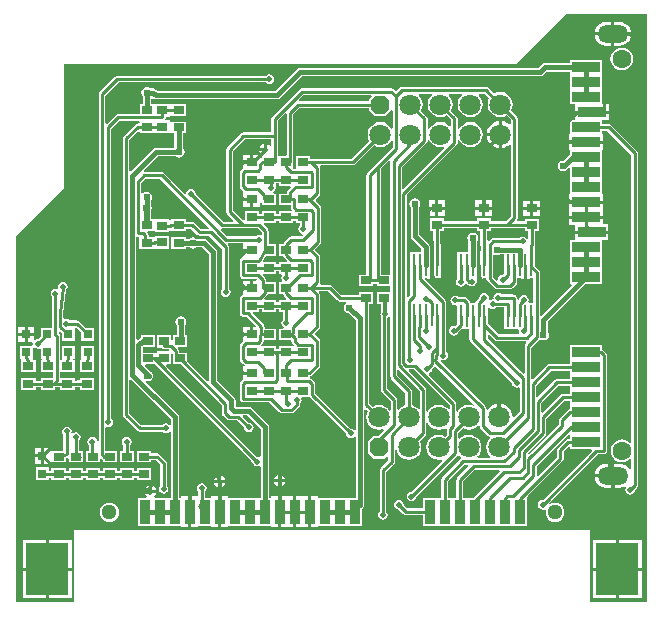
<source format=gtl>
G04 Layer_Physical_Order=1*
G04 Layer_Color=255*
%FSLAX23Y23*%
%MOIN*%
G70*
G01*
G75*
%ADD11C,0.051*%
%ADD12C,0.071*%
%ADD13P,0.068X8X22.5*%
%ADD14O,0.102X0.059*%
%ADD15C,0.063*%
%ADD16R,0.035X0.028*%
%ADD17R,0.035X0.031*%
%ADD18R,0.011X0.074*%
%ADD19R,0.031X0.031*%
%ADD20R,0.035X0.083*%
%ADD21R,0.144X0.173*%
%ADD22R,0.094X0.035*%
%ADD23C,0.010*%
%ADD24C,0.016*%
%ADD25C,0.024*%
%ADD26C,0.020*%
G36*
X4290Y2410D02*
X4100D01*
Y2650D01*
X2380D01*
Y2410D01*
X2185D01*
Y3630D01*
X2345Y3790D01*
Y4205D01*
X3855D01*
X4020Y4370D01*
X4290D01*
Y2410D01*
D02*
G37*
%LPC*%
G36*
X4170Y2872D02*
X4154D01*
X4143Y2870D01*
X4134Y2866D01*
X4126Y2860D01*
X4119Y2852D01*
X4115Y2842D01*
X4115Y2837D01*
X4170D01*
Y2872D01*
D02*
G37*
G36*
X3070Y2834D02*
Y2820D01*
X3084D01*
X3084Y2823D01*
X3079Y2829D01*
X3073Y2834D01*
X3070Y2834D01*
D02*
G37*
G36*
X2555Y2961D02*
X2549Y2960D01*
X2544Y2956D01*
X2540Y2951D01*
X2539Y2945D01*
X2540Y2939D01*
X2544Y2934D01*
X2544Y2933D01*
Y2915D01*
X2532D01*
Y2876D01*
X2580D01*
Y2915D01*
X2566D01*
Y2933D01*
X2566Y2934D01*
X2570Y2939D01*
X2571Y2945D01*
X2570Y2951D01*
X2566Y2956D01*
X2561Y2960D01*
X2555Y2961D01*
D02*
G37*
G36*
X2269Y2893D02*
X2248D01*
Y2872D01*
X2269D01*
Y2893D01*
D02*
G37*
G36*
X3060Y2834D02*
X3057Y2834D01*
X3051Y2829D01*
X3046Y2823D01*
X3046Y2820D01*
X3060D01*
Y2834D01*
D02*
G37*
G36*
X2295Y2861D02*
X2252D01*
Y2817D01*
X2295D01*
Y2825D01*
X2304D01*
Y2817D01*
X2352D01*
Y2825D01*
X2361D01*
Y2817D01*
X2409D01*
Y2825D01*
X2418D01*
Y2817D01*
X2466D01*
Y2825D01*
X2475D01*
Y2817D01*
X2523D01*
Y2825D01*
X2532D01*
Y2817D01*
X2580D01*
Y2825D01*
X2589D01*
Y2817D01*
X2637D01*
Y2856D01*
X2589D01*
Y2848D01*
X2580D01*
Y2856D01*
X2532D01*
Y2848D01*
X2523D01*
Y2856D01*
X2475D01*
Y2848D01*
X2466D01*
Y2856D01*
X2418D01*
Y2848D01*
X2409D01*
Y2856D01*
X2361D01*
Y2848D01*
X2352D01*
Y2856D01*
X2304D01*
Y2848D01*
X2295D01*
Y2861D01*
D02*
G37*
G36*
X3084Y2810D02*
X3070D01*
Y2796D01*
X3073Y2796D01*
X3079Y2801D01*
X3084Y2807D01*
X3084Y2810D01*
D02*
G37*
G36*
X2870Y2831D02*
Y2817D01*
X2884D01*
X2884Y2820D01*
X2879Y2826D01*
X2873Y2831D01*
X2870Y2831D01*
D02*
G37*
G36*
X2860D02*
X2857Y2831D01*
X2851Y2826D01*
X2846Y2820D01*
X2846Y2817D01*
X2860D01*
Y2831D01*
D02*
G37*
G36*
X2269Y2924D02*
X2248D01*
Y2903D01*
X2269D01*
Y2924D01*
D02*
G37*
G36*
X2245Y3328D02*
X2225D01*
Y3308D01*
X2245D01*
Y3328D01*
D02*
G37*
G36*
X2215D02*
X2194D01*
Y3308D01*
X2215D01*
Y3328D01*
D02*
G37*
G36*
X2967Y3481D02*
X2944D01*
Y3463D01*
X2967D01*
Y3481D01*
D02*
G37*
G36*
X2342Y3478D02*
X2336Y3477D01*
X2331Y3473D01*
X2327Y3468D01*
X2326Y3462D01*
X2327Y3458D01*
X2325Y3455D01*
X2323Y3454D01*
X2323Y3454D01*
X2317Y3455D01*
X2311Y3454D01*
X2306Y3450D01*
X2302Y3445D01*
X2301Y3439D01*
X2302Y3433D01*
X2306Y3428D01*
X2306Y3427D01*
Y3324D01*
X2268D01*
Y3297D01*
X2258Y3287D01*
X2258Y3287D01*
X2252Y3286D01*
X2250Y3285D01*
X2245Y3288D01*
Y3298D01*
X2225D01*
Y3277D01*
X2239D01*
X2242Y3273D01*
X2242Y3271D01*
X2242Y3270D01*
X2238Y3265D01*
X2198D01*
Y3222D01*
X2203D01*
X2204Y3221D01*
X2203Y3216D01*
X2203D01*
Y3177D01*
X2251D01*
Y3216D01*
X2244D01*
X2241Y3221D01*
X2241Y3222D01*
X2241D01*
Y3258D01*
X2246Y3260D01*
X2247Y3260D01*
X2252Y3256D01*
X2258Y3255D01*
X2263Y3256D01*
X2268Y3253D01*
Y3222D01*
X2274D01*
X2274Y3221D01*
X2271Y3216D01*
X2268D01*
Y3177D01*
X2310D01*
Y3157D01*
X2268D01*
Y3149D01*
X2251D01*
Y3157D01*
X2203D01*
Y3118D01*
X2251D01*
Y3126D01*
X2268D01*
Y3118D01*
X2316D01*
Y3126D01*
X2333D01*
Y3118D01*
X2381D01*
Y3126D01*
X2388D01*
X2392Y3127D01*
X2393Y3127D01*
X2398D01*
Y3119D01*
X2446D01*
Y3158D01*
X2398D01*
Y3150D01*
X2389D01*
X2386Y3149D01*
X2381Y3152D01*
Y3157D01*
X2333D01*
X2332Y3162D01*
Y3172D01*
X2333Y3177D01*
X2337Y3177D01*
X2381D01*
Y3216D01*
X2380D01*
X2376Y3221D01*
X2377Y3222D01*
X2381D01*
Y3265D01*
X2338D01*
Y3222D01*
X2338D01*
X2341Y3217D01*
X2341Y3216D01*
X2333Y3216D01*
X2332Y3221D01*
Y3298D01*
X2331Y3302D01*
X2329Y3306D01*
X2328Y3307D01*
Y3312D01*
X2333Y3314D01*
X2338Y3309D01*
Y3281D01*
X2381D01*
Y3323D01*
X2386Y3326D01*
X2403Y3309D01*
Y3281D01*
X2446D01*
Y3324D01*
X2419D01*
X2396Y3347D01*
X2393Y3349D01*
X2388Y3350D01*
X2366D01*
X2365Y3350D01*
X2360Y3354D01*
X2354Y3355D01*
X2349Y3354D01*
X2344Y3357D01*
Y3372D01*
X2352Y3450D01*
X2353Y3451D01*
X2357Y3456D01*
X2358Y3462D01*
X2357Y3468D01*
X2353Y3473D01*
X2348Y3477D01*
X2342Y3478D01*
D02*
G37*
G36*
X2966Y3326D02*
X2943D01*
Y3308D01*
X2966D01*
Y3326D01*
D02*
G37*
G36*
X4164Y4038D02*
X4049D01*
Y4017D01*
X4034D01*
Y3971D01*
X4030D01*
Y3948D01*
X4144D01*
Y3971D01*
X4140D01*
Y3982D01*
X4156D01*
X4237Y3902D01*
Y2943D01*
X4232Y2941D01*
X4232Y2942D01*
X4224Y2948D01*
X4215Y2952D01*
X4205Y2953D01*
X4195Y2952D01*
X4186Y2948D01*
X4178Y2942D01*
X4172Y2934D01*
X4168Y2925D01*
X4167Y2915D01*
X4168Y2905D01*
X4172Y2896D01*
X4178Y2888D01*
X4186Y2882D01*
X4195Y2878D01*
X4205Y2877D01*
X4215Y2878D01*
X4224Y2882D01*
X4232Y2888D01*
X4232Y2889D01*
X4237Y2887D01*
Y2850D01*
X4232Y2849D01*
X4231Y2852D01*
X4225Y2860D01*
X4216Y2866D01*
X4207Y2870D01*
X4196Y2872D01*
X4180D01*
Y2832D01*
Y2792D01*
X4196D01*
X4207Y2793D01*
X4216Y2797D01*
X4216Y2797D01*
X4220Y2793D01*
X4218Y2791D01*
X4217Y2785D01*
X4218Y2779D01*
X4222Y2774D01*
X4227Y2770D01*
X4233Y2769D01*
X4239Y2770D01*
X4244Y2774D01*
X4248Y2779D01*
X4249Y2785D01*
X4249Y2785D01*
X4256Y2792D01*
X4258Y2796D01*
X4259Y2800D01*
Y3906D01*
X4258Y3911D01*
X4256Y3914D01*
X4169Y4001D01*
X4165Y4004D01*
X4161Y4005D01*
X4140D01*
Y4016D01*
X4164D01*
Y4038D01*
D02*
G37*
G36*
X2355Y2996D02*
X2349Y2995D01*
X2344Y2991D01*
X2340Y2986D01*
X2339Y2980D01*
X2340Y2974D01*
X2344Y2969D01*
X2344Y2968D01*
Y2919D01*
X2340Y2915D01*
X2304D01*
X2304Y2915D01*
X2299Y2915D01*
Y2924D01*
X2279D01*
Y2898D01*
Y2872D01*
X2299D01*
Y2875D01*
X2304Y2876D01*
X2304Y2876D01*
X2352D01*
Y2891D01*
X2356Y2892D01*
X2361Y2889D01*
X2361Y2889D01*
X2361Y2889D01*
Y2876D01*
X2409D01*
Y2890D01*
X2409Y2891D01*
X2410Y2895D01*
X2409Y2900D01*
X2409Y2901D01*
Y2915D01*
X2396D01*
Y2948D01*
X2396Y2949D01*
X2400Y2954D01*
X2401Y2960D01*
X2400Y2966D01*
X2396Y2971D01*
X2391Y2975D01*
X2385Y2976D01*
X2379Y2975D01*
X2374Y2972D01*
X2373Y2972D01*
X2371Y2974D01*
X2370Y2975D01*
X2371Y2980D01*
X2370Y2986D01*
X2366Y2991D01*
X2361Y2995D01*
X2355Y2996D01*
D02*
G37*
G36*
X2215Y3298D02*
X2194D01*
Y3277D01*
X2215D01*
Y3298D01*
D02*
G37*
G36*
X2446Y3265D02*
X2403D01*
Y3222D01*
X2403Y3222D01*
X2403D01*
X2403Y3222D01*
X2402Y3217D01*
X2398D01*
Y3178D01*
X2446D01*
Y3217D01*
X2446Y3217D01*
X2446Y3222D01*
X2446Y3222D01*
X2446Y3222D01*
Y3265D01*
D02*
G37*
G36*
X4185Y2617D02*
X4108D01*
Y2525D01*
X4185D01*
Y2617D01*
D02*
G37*
G36*
X2372D02*
X2295D01*
Y2525D01*
X2372D01*
Y2617D01*
D02*
G37*
G36*
X2805Y2806D02*
X2799Y2805D01*
X2794Y2801D01*
X2790Y2796D01*
X2789Y2790D01*
X2790Y2784D01*
X2794Y2779D01*
X2794Y2778D01*
Y2767D01*
X2793Y2763D01*
X2770D01*
Y2711D01*
Y2660D01*
X2793D01*
Y2664D01*
X2837D01*
Y2660D01*
X2860D01*
Y2711D01*
Y2763D01*
X2837D01*
Y2759D01*
X2816D01*
Y2778D01*
X2816Y2779D01*
X2820Y2784D01*
X2821Y2790D01*
X2820Y2796D01*
X2816Y2801D01*
X2811Y2805D01*
X2805Y2806D01*
D02*
G37*
G36*
X4272Y2617D02*
X4195D01*
Y2525D01*
X4272D01*
Y2617D01*
D02*
G37*
G36*
X2285D02*
X2208D01*
Y2525D01*
X2285D01*
Y2617D01*
D02*
G37*
G36*
X2372Y2515D02*
X2295D01*
Y2423D01*
X2372D01*
Y2515D01*
D02*
G37*
G36*
X2285D02*
X2208D01*
Y2423D01*
X2285D01*
Y2515D01*
D02*
G37*
G36*
X4272D02*
X4195D01*
Y2423D01*
X4272D01*
Y2515D01*
D02*
G37*
G36*
X4185D02*
X4108D01*
Y2423D01*
X4185D01*
Y2515D01*
D02*
G37*
G36*
X3110Y2763D02*
X3070D01*
Y2711D01*
Y2660D01*
X3110D01*
Y2711D01*
Y2763D01*
D02*
G37*
G36*
X2860Y2807D02*
X2846D01*
X2846Y2804D01*
X2851Y2798D01*
X2857Y2793D01*
X2860Y2793D01*
Y2807D01*
D02*
G37*
G36*
X4170Y2827D02*
X4115D01*
X4115Y2821D01*
X4119Y2812D01*
X4126Y2804D01*
X4134Y2797D01*
X4143Y2793D01*
X4154Y2792D01*
X4170D01*
Y2827D01*
D02*
G37*
G36*
X3060Y2810D02*
X3046D01*
X3046Y2807D01*
X3051Y2801D01*
X3057Y2796D01*
X3060Y2796D01*
Y2810D01*
D02*
G37*
G36*
X2884Y2807D02*
X2870D01*
Y2793D01*
X2873Y2793D01*
X2879Y2798D01*
X2884Y2804D01*
X2884Y2807D01*
D02*
G37*
G36*
X2639Y2798D02*
Y2784D01*
X2653D01*
X2653Y2787D01*
X2648Y2793D01*
X2642Y2798D01*
X2639Y2798D01*
D02*
G37*
G36*
X2497Y2742D02*
X2489Y2741D01*
X2481Y2738D01*
X2475Y2733D01*
X2470Y2726D01*
X2467Y2718D01*
X2466Y2710D01*
X2467Y2702D01*
X2470Y2694D01*
X2475Y2687D01*
X2481Y2682D01*
X2489Y2679D01*
X2497Y2678D01*
X2506Y2679D01*
X2513Y2682D01*
X2520Y2687D01*
X2525Y2694D01*
X2528Y2702D01*
X2529Y2710D01*
X2528Y2718D01*
X2525Y2726D01*
X2520Y2733D01*
X2513Y2738D01*
X2506Y2741D01*
X2497Y2742D01*
D02*
G37*
G36*
X3160Y2763D02*
X3120D01*
Y2711D01*
Y2660D01*
X3160D01*
Y2711D01*
Y2763D01*
D02*
G37*
G36*
X2629Y2798D02*
X2626Y2798D01*
X2620Y2793D01*
X2615Y2787D01*
X2615Y2784D01*
X2629D01*
Y2798D01*
D02*
G37*
G36*
X2637Y2915D02*
X2589D01*
Y2876D01*
X2637D01*
Y2884D01*
X2651D01*
X2667Y2869D01*
Y2800D01*
X2667Y2799D01*
X2663Y2794D01*
X2662Y2788D01*
X2663Y2782D01*
X2667Y2777D01*
X2672Y2773D01*
X2678Y2772D01*
X2684Y2773D01*
X2689Y2777D01*
X2693Y2782D01*
X2694Y2788D01*
X2693Y2794D01*
X2689Y2799D01*
X2689Y2800D01*
Y2873D01*
X2688Y2878D01*
X2686Y2881D01*
X2664Y2903D01*
X2660Y2906D01*
X2656Y2907D01*
X2637D01*
Y2915D01*
D02*
G37*
G36*
X4236Y4300D02*
X4180D01*
Y4265D01*
X4196D01*
X4207Y4266D01*
X4216Y4270D01*
X4225Y4277D01*
X4231Y4285D01*
X4235Y4295D01*
X4236Y4300D01*
D02*
G37*
G36*
X4170D02*
X4115D01*
X4115Y4295D01*
X4119Y4285D01*
X4126Y4277D01*
X4134Y4270D01*
X4143Y4266D01*
X4154Y4265D01*
X4170D01*
Y4300D01*
D02*
G37*
G36*
Y4345D02*
X4154D01*
X4143Y4343D01*
X4134Y4339D01*
X4126Y4333D01*
X4119Y4325D01*
X4115Y4315D01*
X4115Y4310D01*
X4170D01*
Y4345D01*
D02*
G37*
G36*
X3933Y3718D02*
X3910D01*
Y3697D01*
X3933D01*
Y3718D01*
D02*
G37*
G36*
X4144Y3738D02*
X4030D01*
Y3716D01*
Y3698D01*
X4144D01*
Y3716D01*
Y3738D01*
D02*
G37*
G36*
X4140Y4217D02*
X4034D01*
Y4207D01*
X3949D01*
X3944Y4206D01*
X3939Y4203D01*
X3927Y4191D01*
X3134D01*
X3129Y4190D01*
X3124Y4187D01*
X3051Y4114D01*
X2658D01*
X2653Y4119D01*
X2649Y4122D01*
X2643Y4123D01*
X2633D01*
X2629Y4126D01*
X2622Y4127D01*
X2615Y4126D01*
X2609Y4122D01*
X2605Y4116D01*
X2604Y4109D01*
X2605Y4102D01*
X2608Y4098D01*
Y4071D01*
X2598D01*
Y4037D01*
X2526D01*
X2522Y4036D01*
X2518Y4034D01*
X2488Y4004D01*
X2483Y4006D01*
Y4098D01*
X2528Y4143D01*
X3018D01*
X3019Y4143D01*
X3024Y4139D01*
X3030Y4138D01*
X3036Y4139D01*
X3041Y4143D01*
X3045Y4148D01*
X3046Y4154D01*
X3045Y4160D01*
X3041Y4165D01*
X3036Y4169D01*
X3030Y4170D01*
X3024Y4169D01*
X3019Y4165D01*
X3018Y4165D01*
X2523D01*
X2519Y4164D01*
X2515Y4162D01*
X2464Y4111D01*
X2462Y4107D01*
X2461Y4103D01*
Y2948D01*
X2461Y2947D01*
X2456Y2947D01*
X2456Y2948D01*
X2455Y2951D01*
X2451Y2956D01*
X2446Y2960D01*
X2440Y2961D01*
X2434Y2960D01*
X2429Y2956D01*
X2425Y2951D01*
X2424Y2945D01*
X2425Y2939D01*
X2429Y2934D01*
X2429Y2933D01*
Y2915D01*
X2418D01*
Y2876D01*
X2466D01*
Y2887D01*
X2470Y2889D01*
X2472Y2888D01*
X2475Y2885D01*
Y2876D01*
X2523D01*
Y2915D01*
X2483D01*
Y2992D01*
X2488Y2995D01*
X2493Y2994D01*
X2499Y2995D01*
X2504Y2999D01*
X2508Y3004D01*
X2509Y3010D01*
X2508Y3016D01*
X2504Y3021D01*
X2504Y3022D01*
Y3988D01*
X2531Y4015D01*
X2594D01*
X2598Y4012D01*
Y4006D01*
X2592D01*
X2588Y4005D01*
X2584Y4002D01*
X2545Y3963D01*
X2543Y3960D01*
X2542Y3956D01*
Y3035D01*
X2543Y3031D01*
X2545Y3027D01*
X2590Y2982D01*
X2594Y2980D01*
X2598Y2979D01*
X2673D01*
X2674Y2979D01*
X2679Y2975D01*
X2685Y2974D01*
X2691Y2975D01*
X2696Y2978D01*
X2698Y2978D01*
X2701Y2976D01*
Y2759D01*
X2691D01*
Y2759D01*
X2689D01*
Y2759D01*
X2648D01*
X2647Y2764D01*
X2648Y2765D01*
X2653Y2771D01*
X2653Y2774D01*
X2615D01*
X2615Y2771D01*
X2620Y2765D01*
X2621Y2764D01*
X2620Y2759D01*
X2591D01*
Y2664D01*
X2639D01*
Y2664D01*
X2641D01*
Y2664D01*
X2689D01*
Y2664D01*
X2691D01*
Y2664D01*
X2737D01*
Y2660D01*
X2760D01*
Y2711D01*
Y2763D01*
X2737D01*
Y2759D01*
X2729D01*
Y3026D01*
X2729Y3026D01*
X2728Y3031D01*
X2725Y3036D01*
X2617Y3143D01*
X2620Y3148D01*
X2624Y3147D01*
X2631Y3148D01*
X2637Y3152D01*
X2638Y3154D01*
X2639Y3155D01*
X2642Y3160D01*
X2643Y3165D01*
X2642Y3170D01*
X2639Y3175D01*
X2638Y3177D01*
X2637Y3178D01*
X2636Y3179D01*
X2616Y3198D01*
X2618Y3203D01*
X2650D01*
X2650Y3203D01*
Y3203D01*
X2653Y3200D01*
X2974Y2879D01*
X2974Y2879D01*
X2975Y2873D01*
X2979Y2868D01*
X2984Y2864D01*
X2990Y2863D01*
X2996Y2864D01*
X2997Y2864D01*
X3001Y2862D01*
Y2759D01*
X2991D01*
Y2759D01*
X2989D01*
Y2759D01*
X2941D01*
Y2759D01*
X2939D01*
Y2759D01*
X2893D01*
Y2763D01*
X2870D01*
Y2711D01*
Y2660D01*
X2893D01*
Y2664D01*
X2939D01*
Y2664D01*
X2941D01*
Y2664D01*
X2989D01*
Y2664D01*
X2991D01*
Y2664D01*
X3037D01*
Y2660D01*
X3060D01*
Y2711D01*
Y2763D01*
X3037D01*
Y2759D01*
X3029D01*
Y2995D01*
X3028Y3000D01*
X3025Y3005D01*
X2973Y3057D01*
X2968Y3060D01*
X2963Y3062D01*
X2918D01*
Y3083D01*
X2917Y3088D01*
X2914Y3093D01*
X2857Y3149D01*
Y3577D01*
X2856Y3582D01*
X2853Y3587D01*
X2822Y3618D01*
X2817Y3621D01*
X2812Y3622D01*
X2786D01*
X2782Y3624D01*
X2775Y3626D01*
X2768Y3624D01*
X2764Y3622D01*
X2752D01*
Y3627D01*
X2704D01*
Y3588D01*
X2752D01*
Y3593D01*
X2764D01*
X2768Y3591D01*
X2775Y3589D01*
X2782Y3591D01*
X2786Y3593D01*
X2806D01*
X2829Y3571D01*
Y3149D01*
X2824Y3147D01*
X2756Y3215D01*
Y3242D01*
X2730D01*
Y3247D01*
X2730Y3251D01*
X2727Y3255D01*
X2725Y3257D01*
X2727Y3262D01*
X2756D01*
Y3301D01*
X2749D01*
Y3334D01*
X2752Y3338D01*
X2753Y3345D01*
X2752Y3352D01*
X2748Y3358D01*
X2742Y3362D01*
X2735Y3363D01*
X2728Y3362D01*
X2722Y3358D01*
X2718Y3352D01*
X2717Y3345D01*
X2718Y3338D01*
X2721Y3334D01*
Y3301D01*
X2708D01*
Y3284D01*
X2703Y3281D01*
X2702Y3281D01*
Y3301D01*
X2655D01*
Y3258D01*
X2670D01*
X2671Y3257D01*
X2674Y3255D01*
X2679Y3254D01*
X2695D01*
X2697Y3251D01*
X2695Y3246D01*
X2655D01*
Y3241D01*
X2655Y3240D01*
X2650Y3242D01*
Y3242D01*
X2608D01*
Y3262D01*
X2650D01*
Y3301D01*
X2602D01*
Y3294D01*
X2598Y3292D01*
X2591Y3285D01*
X2587Y3287D01*
Y3627D01*
X2592Y3631D01*
X2592Y3631D01*
X2594D01*
X2597Y3627D01*
Y3588D01*
X2645D01*
Y3591D01*
X2645Y3591D01*
X2650Y3588D01*
Y3588D01*
X2697D01*
Y3631D01*
X2650D01*
Y3626D01*
X2650Y3625D01*
X2645Y3627D01*
Y3627D01*
X2628D01*
Y3633D01*
X2627Y3637D01*
X2625Y3641D01*
X2623Y3642D01*
X2625Y3647D01*
X2645D01*
Y3686D01*
X2635D01*
Y3715D01*
X2637Y3718D01*
X2638Y3725D01*
X2637Y3732D01*
X2635Y3735D01*
Y3749D01*
X2638Y3753D01*
X2639Y3760D01*
X2638Y3767D01*
X2634Y3773D01*
X2628Y3777D01*
X2621Y3778D01*
X2614Y3777D01*
X2608Y3773D01*
X2607Y3773D01*
X2603Y3775D01*
Y3807D01*
X2619Y3822D01*
X2666D01*
X2829Y3659D01*
X2828Y3654D01*
X2802D01*
X2782Y3675D01*
X2778Y3677D01*
X2774Y3678D01*
X2752D01*
Y3686D01*
X2704D01*
Y3681D01*
X2702Y3680D01*
X2697Y3684D01*
Y3686D01*
X2650D01*
Y3643D01*
X2697D01*
Y3649D01*
X2699Y3650D01*
X2704Y3647D01*
Y3647D01*
X2752D01*
Y3655D01*
X2769D01*
X2790Y3635D01*
X2793Y3633D01*
X2798Y3632D01*
X2830D01*
X2874Y3588D01*
Y3456D01*
X2874Y3455D01*
X2870Y3450D01*
X2869Y3444D01*
X2870Y3438D01*
X2874Y3433D01*
X2879Y3429D01*
X2885Y3428D01*
X2891Y3429D01*
X2896Y3433D01*
X2900Y3438D01*
X2901Y3444D01*
X2900Y3450D01*
X2896Y3455D01*
X2896Y3456D01*
Y3593D01*
X2895Y3597D01*
X2893Y3601D01*
X2891Y3603D01*
X2892Y3608D01*
X2939D01*
X2944Y3607D01*
Y3589D01*
X2972D01*
Y3579D01*
X2944D01*
Y3561D01*
X2943D01*
X2939Y3560D01*
X2935Y3557D01*
X2933Y3554D01*
X2932Y3549D01*
Y3500D01*
X2933Y3496D01*
X2935Y3492D01*
X2939Y3489D01*
X2943Y3489D01*
X2986D01*
X2988Y3486D01*
X2985Y3481D01*
X2977D01*
Y3458D01*
X2972D01*
Y3453D01*
X2944D01*
Y3435D01*
X2943D01*
X2939Y3434D01*
X2935Y3432D01*
X2933Y3428D01*
X2932Y3424D01*
Y3373D01*
X2933Y3369D01*
X2935Y3365D01*
X2939Y3363D01*
X2943Y3362D01*
X2954D01*
X2985Y3331D01*
X2983Y3326D01*
X2976D01*
Y3303D01*
X2971D01*
Y3298D01*
X2943D01*
Y3281D01*
X2943Y3281D01*
X2934Y3272D01*
X2932Y3268D01*
X2931Y3264D01*
Y3222D01*
X2932Y3218D01*
X2934Y3214D01*
X2944Y3204D01*
X2948Y3202D01*
X2949Y3201D01*
X2949Y3196D01*
X2943D01*
Y3178D01*
X2971D01*
Y3168D01*
X2943D01*
Y3153D01*
X2942Y3152D01*
X2934Y3144D01*
X2932Y3140D01*
X2931Y3136D01*
Y3088D01*
X2932Y3084D01*
X2934Y3080D01*
X2938Y3078D01*
X2942Y3077D01*
X3030D01*
X3064Y3043D01*
X3068Y3041D01*
X3072Y3040D01*
X3104D01*
X3108Y3041D01*
X3112Y3043D01*
X3130Y3061D01*
X3132Y3065D01*
X3133Y3069D01*
Y3072D01*
X3133Y3073D01*
X3137Y3078D01*
X3138Y3084D01*
X3137Y3089D01*
X3140Y3094D01*
X3165D01*
X3286Y2973D01*
X3286Y2973D01*
X3287Y2967D01*
X3291Y2962D01*
X3296Y2958D01*
X3302Y2957D01*
X3308Y2958D01*
X3313Y2962D01*
X3314Y2962D01*
X3319Y2961D01*
Y2759D01*
X3291D01*
Y2759D01*
X3289D01*
Y2759D01*
X3241D01*
Y2759D01*
X3239D01*
Y2759D01*
X3193D01*
Y2763D01*
X3170D01*
Y2711D01*
Y2660D01*
X3193D01*
Y2664D01*
X3239D01*
Y2664D01*
X3241D01*
Y2664D01*
X3289D01*
Y2664D01*
X3291D01*
Y2664D01*
X3339D01*
Y2722D01*
X3343Y2725D01*
X3346Y2730D01*
X3347Y2735D01*
Y3051D01*
X3352Y3053D01*
X3359Y3046D01*
X3355Y3037D01*
X3353Y3026D01*
X3355Y3015D01*
X3359Y3005D01*
X3366Y2996D01*
X3374Y2990D01*
X3384Y2986D01*
X3395Y2984D01*
X3406Y2986D01*
X3409Y2987D01*
X3412Y2983D01*
X3393Y2963D01*
X3376D01*
X3358Y2945D01*
Y2907D01*
X3376Y2889D01*
X3414D01*
X3422Y2897D01*
X3427Y2895D01*
Y2884D01*
X3401Y2858D01*
X3399Y2854D01*
X3398Y2850D01*
Y2713D01*
X3398Y2712D01*
X3394Y2707D01*
X3393Y2701D01*
X3394Y2695D01*
X3398Y2690D01*
X3403Y2686D01*
X3409Y2685D01*
X3415Y2686D01*
X3420Y2690D01*
X3424Y2695D01*
X3425Y2701D01*
X3424Y2707D01*
X3420Y2712D01*
X3420Y2713D01*
Y2845D01*
X3446Y2871D01*
X3448Y2875D01*
X3449Y2879D01*
Y2919D01*
X3454Y2920D01*
X3455Y2915D01*
X3459Y2905D01*
X3466Y2896D01*
X3474Y2890D01*
X3484Y2886D01*
X3495Y2884D01*
X3506Y2886D01*
X3516Y2890D01*
X3525Y2896D01*
X3531Y2905D01*
X3535Y2915D01*
X3537Y2926D01*
X3535Y2937D01*
X3531Y2947D01*
X3550Y2965D01*
X3552Y2969D01*
X3553Y2973D01*
Y3006D01*
X3558Y3007D01*
X3559Y3005D01*
X3566Y2996D01*
X3574Y2990D01*
X3584Y2986D01*
X3595Y2984D01*
X3606Y2986D01*
X3616Y2990D01*
X3617Y2990D01*
X3620Y2989D01*
X3622Y2988D01*
Y2968D01*
X3616Y2962D01*
X3606Y2966D01*
X3595Y2968D01*
X3584Y2966D01*
X3574Y2962D01*
X3566Y2956D01*
X3559Y2947D01*
X3555Y2937D01*
X3553Y2926D01*
X3555Y2915D01*
X3559Y2905D01*
X3566Y2896D01*
X3574Y2890D01*
X3584Y2886D01*
X3595Y2884D01*
X3605Y2885D01*
X3607Y2881D01*
X3504Y2778D01*
X3504Y2778D01*
X3498Y2777D01*
X3493Y2773D01*
X3489Y2768D01*
X3488Y2762D01*
X3489Y2756D01*
X3493Y2751D01*
X3498Y2747D01*
X3504Y2746D01*
X3510Y2747D01*
X3515Y2751D01*
X3519Y2756D01*
X3520Y2762D01*
X3520Y2762D01*
X3657Y2899D01*
X3657Y2899D01*
X3663Y2900D01*
X3666Y2896D01*
X3669Y2894D01*
X3669Y2888D01*
X3668Y2888D01*
X3607Y2826D01*
X3605Y2823D01*
X3604Y2818D01*
Y2762D01*
X3600Y2759D01*
X3590Y2759D01*
X3586Y2759D01*
X3541D01*
Y2723D01*
X3490D01*
X3478Y2735D01*
X3478Y2735D01*
X3477Y2741D01*
X3473Y2746D01*
X3468Y2750D01*
X3462Y2751D01*
X3456Y2750D01*
X3451Y2746D01*
X3447Y2741D01*
X3446Y2735D01*
X3447Y2729D01*
X3451Y2724D01*
X3456Y2720D01*
X3462Y2719D01*
X3462Y2719D01*
X3477Y2704D01*
X3481Y2702D01*
X3485Y2701D01*
X3541D01*
Y2664D01*
X3586D01*
X3590Y2664D01*
X3594Y2664D01*
X3639D01*
Y2664D01*
X3641D01*
Y2664D01*
X3689D01*
Y2664D01*
X3691D01*
Y2664D01*
X3736D01*
X3739Y2664D01*
Y2664D01*
X3741D01*
X3741Y2664D01*
X3789D01*
Y2664D01*
X3791D01*
Y2664D01*
X3839D01*
Y2664D01*
X3841D01*
Y2664D01*
X3889D01*
Y2759D01*
X3889Y2759D01*
X3889D01*
X3891Y2763D01*
X4007Y2880D01*
X4010Y2883D01*
X4011Y2888D01*
Y2912D01*
X4029Y2930D01*
X4034Y2928D01*
Y2920D01*
X4103D01*
X4105Y2915D01*
X3941Y2751D01*
X3941Y2751D01*
X3935Y2750D01*
X3930Y2746D01*
X3926Y2741D01*
X3925Y2735D01*
X3926Y2729D01*
X3930Y2724D01*
X3935Y2720D01*
X3941Y2719D01*
X3947Y2720D01*
X3948Y2720D01*
X3951Y2717D01*
X3951Y2710D01*
X3952Y2702D01*
X3955Y2694D01*
X3960Y2687D01*
X3966Y2682D01*
X3974Y2679D01*
X3982Y2678D01*
X3991Y2679D01*
X3998Y2682D01*
X4005Y2687D01*
X4010Y2694D01*
X4013Y2702D01*
X4014Y2710D01*
X4013Y2718D01*
X4010Y2726D01*
X4005Y2733D01*
X3998Y2738D01*
X3991Y2741D01*
X3982Y2742D01*
X3974Y2741D01*
X3966Y2738D01*
X3963Y2742D01*
X4125Y2903D01*
X4146D01*
X4150Y2904D01*
X4154Y2906D01*
X4156Y2910D01*
X4157Y2914D01*
Y3233D01*
X4156Y3238D01*
X4154Y3241D01*
X4144Y3251D01*
X4140Y3254D01*
X4140Y3254D01*
Y3267D01*
X4034D01*
Y3220D01*
X4034D01*
Y3217D01*
X4034D01*
Y3205D01*
X3964D01*
X3960Y3204D01*
X3956Y3201D01*
X3908Y3153D01*
X3903Y3155D01*
Y3259D01*
X3929Y3285D01*
X3930Y3286D01*
X3931Y3288D01*
X3937Y3284D01*
X3944Y3283D01*
X3951Y3284D01*
X3957Y3288D01*
X3961Y3294D01*
X3962Y3301D01*
X3961Y3308D01*
X3958Y3312D01*
Y3345D01*
X4083Y3470D01*
X4140D01*
Y3517D01*
X4140D01*
Y3520D01*
X4140D01*
Y3567D01*
X4140D01*
Y3570D01*
X4140D01*
Y3616D01*
X4164D01*
Y3638D01*
X4049D01*
Y3617D01*
X4034D01*
Y3570D01*
X4034D01*
Y3567D01*
X4034D01*
Y3520D01*
X4034D01*
Y3517D01*
X4034D01*
Y3470D01*
X4037D01*
X4039Y3465D01*
X3937Y3364D01*
X3932Y3366D01*
Y3511D01*
X3931Y3515D01*
X3929Y3519D01*
X3916Y3532D01*
Y3577D01*
X3915D01*
Y3597D01*
X3915Y3597D01*
X3916Y3601D01*
Y3646D01*
X3929D01*
Y3689D01*
X3881D01*
Y3680D01*
X3857D01*
X3856Y3685D01*
X3857Y3688D01*
X3858Y3692D01*
Y4022D01*
X3857Y4027D01*
X3855Y4030D01*
X3836Y4049D01*
X3840Y4058D01*
X3842Y4069D01*
X3840Y4080D01*
X3836Y4090D01*
X3830Y4099D01*
X3821Y4105D01*
X3811Y4110D01*
X3800Y4111D01*
X3789Y4110D01*
X3780Y4106D01*
X3761Y4124D01*
X3758Y4126D01*
X3753Y4127D01*
X3472D01*
X3472Y4127D01*
X3472Y4127D01*
X3470Y4127D01*
X3468Y4126D01*
X3468Y4126D01*
X3467Y4126D01*
X3466Y4125D01*
X3464Y4124D01*
X3464Y4124D01*
X3464Y4124D01*
X3455Y4115D01*
X3450Y4115D01*
X3445Y4120D01*
X3441Y4122D01*
X3437Y4123D01*
X3139D01*
X3134Y4122D01*
X3131Y4120D01*
X3040Y4029D01*
X3038Y4026D01*
X3037Y4021D01*
Y3976D01*
X2944D01*
X2940Y3975D01*
X2936Y3973D01*
X2890Y3927D01*
X2888Y3923D01*
X2887Y3919D01*
Y3712D01*
X2888Y3708D01*
X2890Y3704D01*
X2910Y3684D01*
X2908Y3679D01*
X2878D01*
X2785Y3772D01*
X2785Y3772D01*
X2784Y3778D01*
X2780Y3783D01*
X2775Y3787D01*
X2769Y3788D01*
X2763Y3787D01*
X2758Y3783D01*
X2754Y3778D01*
X2753Y3774D01*
X2749Y3772D01*
X2748Y3772D01*
X2679Y3841D01*
X2675Y3843D01*
X2671Y3844D01*
X2614D01*
X2613Y3844D01*
X2611Y3849D01*
X2658Y3896D01*
X2719D01*
X2723Y3893D01*
X2730Y3892D01*
X2737Y3893D01*
X2743Y3897D01*
X2747Y3903D01*
X2748Y3910D01*
X2747Y3917D01*
X2743Y3923D01*
X2742Y3923D01*
Y3973D01*
X2752D01*
Y4012D01*
X2704D01*
Y3973D01*
X2714D01*
Y3924D01*
X2652D01*
X2647Y3923D01*
X2642Y3920D01*
X2569Y3847D01*
X2564Y3849D01*
Y3951D01*
X2593Y3980D01*
X2598Y3978D01*
Y3973D01*
X2645D01*
X2646Y3973D01*
Y3973D01*
X2650Y3973D01*
X2650Y3973D01*
X2698D01*
Y4016D01*
X2687D01*
X2684Y4021D01*
X2685Y4022D01*
X2685Y4026D01*
Y4028D01*
X2698D01*
Y4034D01*
X2699Y4034D01*
X2704Y4032D01*
Y4032D01*
X2752D01*
Y4071D01*
X2704D01*
Y4067D01*
X2703Y4066D01*
X2698Y4070D01*
Y4071D01*
X2650D01*
Y4071D01*
X2646Y4071D01*
Y4071D01*
X2636D01*
Y4089D01*
X2641Y4091D01*
X2643Y4090D01*
X2647Y4087D01*
X2653Y4086D01*
X3057D01*
X3062Y4087D01*
X3067Y4090D01*
X3140Y4163D01*
X3933D01*
X3938Y4164D01*
X3943Y4167D01*
X3955Y4179D01*
X4034D01*
Y4170D01*
X4034D01*
Y4167D01*
X4034D01*
Y4120D01*
X4034D01*
Y4117D01*
X4034D01*
Y4070D01*
X4049D01*
Y4048D01*
X4164D01*
Y4071D01*
X4140D01*
Y4117D01*
X4140D01*
Y4120D01*
X4140D01*
Y4167D01*
X4140D01*
Y4170D01*
X4140D01*
Y4217D01*
D02*
G37*
G36*
X4144Y3938D02*
X4030D01*
Y3916D01*
X4034D01*
Y3905D01*
X4031Y3903D01*
X4010Y3882D01*
X4009Y3882D01*
X4002Y3881D01*
X3996Y3877D01*
X3992Y3871D01*
X3991Y3864D01*
X3992Y3857D01*
X3996Y3851D01*
X4002Y3847D01*
X4009Y3846D01*
X4016Y3847D01*
X4022Y3851D01*
X4026Y3857D01*
X4026Y3858D01*
X4029Y3860D01*
X4034Y3858D01*
Y3820D01*
X4034D01*
Y3817D01*
X4034D01*
Y3771D01*
X4030D01*
Y3748D01*
X4144D01*
Y3771D01*
X4140D01*
Y3817D01*
X4140D01*
Y3820D01*
X4140D01*
Y3867D01*
X4140D01*
Y3870D01*
X4140D01*
Y3916D01*
X4144D01*
Y3938D01*
D02*
G37*
G36*
X3933Y3748D02*
X3910D01*
Y3728D01*
X3933D01*
Y3748D01*
D02*
G37*
G36*
X4205Y4259D02*
X4195Y4258D01*
X4186Y4254D01*
X4178Y4248D01*
X4172Y4241D01*
X4168Y4231D01*
X4167Y4222D01*
X4168Y4212D01*
X4172Y4203D01*
X4178Y4195D01*
X4186Y4189D01*
X4195Y4185D01*
X4205Y4184D01*
X4215Y4185D01*
X4224Y4189D01*
X4232Y4195D01*
X4238Y4203D01*
X4242Y4212D01*
X4243Y4222D01*
X4242Y4231D01*
X4238Y4241D01*
X4232Y4248D01*
X4224Y4254D01*
X4215Y4258D01*
X4205Y4259D01*
D02*
G37*
G36*
X3900Y3748D02*
X3877D01*
Y3728D01*
X3900D01*
Y3748D01*
D02*
G37*
G36*
Y3718D02*
X3877D01*
Y3697D01*
X3900D01*
Y3718D01*
D02*
G37*
G36*
X4144Y3688D02*
X4030D01*
Y3666D01*
X4049D01*
Y3648D01*
X4164D01*
Y3671D01*
X4144D01*
Y3688D01*
D02*
G37*
G36*
X4196Y4345D02*
X4180D01*
Y4310D01*
X4236D01*
X4235Y4315D01*
X4231Y4325D01*
X4225Y4333D01*
X4216Y4339D01*
X4207Y4343D01*
X4196Y4345D01*
D02*
G37*
%LPD*%
G36*
X3764Y4090D02*
X3760Y4080D01*
X3758Y4069D01*
X3760Y4058D01*
X3764Y4048D01*
X3771Y4040D01*
X3779Y4033D01*
X3789Y4029D01*
X3800Y4027D01*
X3811Y4029D01*
X3821Y4033D01*
X3836Y4018D01*
Y4005D01*
X3831Y4003D01*
X3823Y4009D01*
X3812Y4013D01*
X3805Y4014D01*
Y3969D01*
Y3924D01*
X3812Y3925D01*
X3823Y3930D01*
X3831Y3935D01*
X3836Y3933D01*
Y3697D01*
X3819Y3680D01*
X3769D01*
Y3691D01*
X3721D01*
Y3680D01*
X3612D01*
Y3691D01*
X3565D01*
Y3647D01*
X3577D01*
Y3603D01*
X3578Y3598D01*
X3579Y3597D01*
Y3582D01*
X3576D01*
Y3535D01*
Y3488D01*
X3586D01*
Y3492D01*
X3602D01*
Y3578D01*
X3602D01*
Y3601D01*
X3601Y3605D01*
X3600Y3607D01*
Y3647D01*
X3612D01*
Y3658D01*
X3721D01*
Y3647D01*
X3734D01*
Y3602D01*
X3735Y3598D01*
X3736Y3596D01*
Y3581D01*
X3733D01*
Y3534D01*
Y3487D01*
X3743D01*
Y3491D01*
X3754D01*
Y3488D01*
X3755Y3484D01*
X3757Y3480D01*
X3781Y3456D01*
X3785Y3454D01*
X3789Y3453D01*
X3833D01*
X3837Y3454D01*
X3841Y3456D01*
X3853Y3468D01*
X3855Y3472D01*
X3856Y3476D01*
Y3491D01*
X3869D01*
Y3487D01*
X3879D01*
Y3534D01*
X3889D01*
Y3487D01*
X3900D01*
Y3491D01*
X3910D01*
Y3408D01*
X3897D01*
X3894Y3413D01*
X3895Y3418D01*
X3894Y3424D01*
X3890Y3429D01*
X3885Y3433D01*
X3879Y3434D01*
X3873Y3433D01*
X3868Y3429D01*
X3864Y3424D01*
X3863Y3421D01*
X3861Y3419D01*
X3856Y3422D01*
Y3423D01*
X3855Y3427D01*
X3853Y3431D01*
X3851Y3433D01*
X3847Y3435D01*
X3843Y3436D01*
X3805D01*
X3805Y3436D01*
X3800Y3440D01*
X3794Y3441D01*
X3787Y3440D01*
X3782Y3436D01*
X3779Y3431D01*
X3777Y3425D01*
X3778Y3423D01*
X3775Y3420D01*
X3769Y3419D01*
X3765Y3416D01*
X3763Y3417D01*
X3761Y3420D01*
X3762Y3425D01*
X3761Y3431D01*
X3757Y3436D01*
X3752Y3440D01*
X3746Y3441D01*
X3740Y3440D01*
X3735Y3436D01*
X3731Y3431D01*
X3730Y3425D01*
X3730Y3425D01*
X3720Y3414D01*
X3717Y3411D01*
X3717Y3408D01*
X3699D01*
Y3408D01*
X3699Y3412D01*
X3696Y3416D01*
X3688Y3424D01*
X3684Y3426D01*
X3680Y3427D01*
X3662D01*
X3661Y3427D01*
X3656Y3431D01*
X3650Y3432D01*
X3644Y3431D01*
X3639Y3427D01*
X3635Y3422D01*
X3634Y3416D01*
X3635Y3410D01*
X3639Y3405D01*
X3644Y3401D01*
X3650Y3400D01*
X3652Y3400D01*
X3657Y3396D01*
Y3338D01*
X3649Y3330D01*
X3645Y3331D01*
X3639Y3330D01*
X3634Y3326D01*
X3630Y3321D01*
X3629Y3315D01*
X3630Y3309D01*
X3634Y3304D01*
X3639Y3300D01*
X3645Y3299D01*
X3651Y3300D01*
X3656Y3304D01*
X3660Y3309D01*
X3660Y3310D01*
X3672Y3322D01*
X3697D01*
Y3288D01*
X3698Y3284D01*
X3700Y3280D01*
X3839Y3141D01*
X3839Y3141D01*
X3840Y3135D01*
X3844Y3130D01*
X3849Y3126D01*
X3855Y3125D01*
X3860Y3126D01*
X3865Y3123D01*
Y3046D01*
X3846Y3027D01*
X3841Y3029D01*
X3839Y3038D01*
X3835Y3049D01*
X3828Y3058D01*
X3818Y3066D01*
X3807Y3070D01*
X3800Y3071D01*
Y3026D01*
X3790D01*
Y3071D01*
X3783Y3070D01*
X3772Y3066D01*
X3763Y3058D01*
X3758Y3052D01*
X3753Y3054D01*
Y3056D01*
X3752Y3060D01*
X3750Y3064D01*
X3601Y3213D01*
X3604Y3217D01*
X3604Y3217D01*
X3610Y3216D01*
X3616Y3217D01*
X3621Y3220D01*
X3625Y3226D01*
X3626Y3232D01*
X3625Y3238D01*
X3621Y3243D01*
X3619Y3245D01*
Y3411D01*
X3619Y3415D01*
X3616Y3419D01*
X3548Y3488D01*
X3549Y3492D01*
X3555D01*
Y3488D01*
X3566D01*
Y3535D01*
Y3582D01*
X3565D01*
Y3595D01*
X3564Y3600D01*
X3561Y3605D01*
X3529Y3636D01*
Y3727D01*
X3532Y3731D01*
X3533Y3738D01*
X3532Y3745D01*
X3528Y3751D01*
X3522Y3755D01*
X3515Y3756D01*
X3508Y3755D01*
X3502Y3751D01*
X3498Y3745D01*
X3497Y3738D01*
X3498Y3731D01*
X3501Y3727D01*
Y3631D01*
X3502Y3625D01*
X3505Y3621D01*
X3537Y3589D01*
Y3578D01*
X3500D01*
Y3492D01*
X3500D01*
Y3435D01*
X3493Y3427D01*
X3488Y3429D01*
Y3768D01*
X3654Y3934D01*
X3657Y3938D01*
X3658Y3942D01*
Y3950D01*
X3663Y3951D01*
X3664Y3948D01*
X3671Y3940D01*
X3679Y3933D01*
X3689Y3929D01*
X3700Y3927D01*
X3711Y3929D01*
X3721Y3933D01*
X3730Y3940D01*
X3736Y3948D01*
X3740Y3958D01*
X3742Y3969D01*
X3740Y3980D01*
X3736Y3990D01*
X3730Y3999D01*
X3721Y4005D01*
X3711Y4010D01*
X3700Y4011D01*
X3689Y4010D01*
X3679Y4005D01*
X3671Y3999D01*
X3664Y3990D01*
X3663Y3987D01*
X3658Y3988D01*
Y4023D01*
X3657Y4027D01*
X3654Y4031D01*
X3636Y4049D01*
X3640Y4058D01*
X3642Y4069D01*
X3640Y4080D01*
X3636Y4090D01*
X3630Y4099D01*
X3628Y4100D01*
X3630Y4105D01*
X3671D01*
X3672Y4100D01*
X3671Y4099D01*
X3664Y4090D01*
X3660Y4080D01*
X3658Y4069D01*
X3660Y4058D01*
X3664Y4048D01*
X3671Y4040D01*
X3679Y4033D01*
X3689Y4029D01*
X3700Y4027D01*
X3711Y4029D01*
X3721Y4033D01*
X3730Y4040D01*
X3736Y4048D01*
X3740Y4058D01*
X3742Y4069D01*
X3740Y4080D01*
X3736Y4090D01*
X3730Y4099D01*
X3728Y4100D01*
X3730Y4105D01*
X3749D01*
X3764Y4090D01*
D02*
G37*
G36*
X3431Y3882D02*
X3434Y3880D01*
Y3502D01*
X3403D01*
Y3856D01*
X3429Y3882D01*
X3431Y3882D01*
D02*
G37*
G36*
X3371Y4096D02*
X3363Y4088D01*
Y4080D01*
X3130D01*
X3128Y4085D01*
X3143Y4101D01*
X3369D01*
X3371Y4096D01*
D02*
G37*
G36*
X4034Y2968D02*
Y2967D01*
X4034D01*
Y2955D01*
X4026D01*
X4022Y2954D01*
X4018Y2951D01*
X3991Y2925D01*
X3989Y2921D01*
X3988Y2917D01*
Y2892D01*
X3926Y2830D01*
X3924Y2831D01*
X3922Y2833D01*
Y2862D01*
X4029Y2970D01*
X4034Y2968D01*
D02*
G37*
G36*
X3814Y3322D02*
X3859D01*
X3863Y3317D01*
X3862Y3313D01*
X3863Y3308D01*
X3861Y3303D01*
X3861Y3303D01*
X3795D01*
X3759Y3338D01*
Y3391D01*
X3763Y3392D01*
X3764Y3392D01*
X3769Y3389D01*
X3775Y3388D01*
X3781Y3389D01*
X3786Y3393D01*
X3787Y3393D01*
X3814D01*
Y3322D01*
D02*
G37*
G36*
Y3507D02*
X3808Y3501D01*
X3808Y3501D01*
X3802Y3500D01*
X3797Y3496D01*
X3793Y3491D01*
X3792Y3485D01*
X3792Y3484D01*
X3787Y3481D01*
X3776Y3493D01*
Y3567D01*
X3781Y3569D01*
X3783Y3568D01*
X3790Y3567D01*
X3797Y3568D01*
X3801Y3571D01*
X3814D01*
Y3507D01*
D02*
G37*
G36*
X3063Y3505D02*
X3070D01*
X3073Y3500D01*
X3071Y3497D01*
X3070Y3491D01*
X3071Y3485D01*
X3073Y3482D01*
X3070Y3477D01*
X3063D01*
Y3438D01*
X3075D01*
X3076Y3436D01*
X3078Y3432D01*
X3087Y3423D01*
X3085Y3418D01*
X3063D01*
Y3410D01*
X3053D01*
Y3418D01*
X3016D01*
X3014Y3423D01*
X3023Y3432D01*
X3025Y3436D01*
X3026Y3438D01*
X3053D01*
Y3477D01*
X3020D01*
Y3483D01*
X3019Y3487D01*
X3017Y3491D01*
X3008Y3500D01*
X3010Y3505D01*
X3054D01*
Y3513D01*
X3063D01*
Y3505D01*
D02*
G37*
G36*
X3442Y3948D02*
Y3927D01*
X3384Y3869D01*
X3384Y3869D01*
X3357Y3842D01*
X3355Y3838D01*
X3354Y3834D01*
Y3502D01*
X3329D01*
Y3463D01*
X3376D01*
Y3471D01*
X3388D01*
Y3463D01*
X3434D01*
Y3443D01*
X3388D01*
Y3404D01*
X3401D01*
Y3375D01*
X3400Y3372D01*
X3401Y3369D01*
Y3119D01*
X3401Y3115D01*
X3404Y3111D01*
X3435Y3080D01*
Y3051D01*
X3430Y3049D01*
X3425Y3056D01*
X3416Y3062D01*
X3406Y3066D01*
X3395Y3068D01*
X3384Y3066D01*
X3375Y3062D01*
X3363Y3074D01*
Y3404D01*
X3376D01*
Y3443D01*
X3329D01*
Y3435D01*
X3270D01*
X3239Y3465D01*
X3235Y3468D01*
X3231Y3469D01*
X3201D01*
X3199Y3474D01*
X3200Y3478D01*
Y3563D01*
X3200Y3564D01*
X3200Y3564D01*
X3199Y3566D01*
X3199Y3567D01*
X3199Y3568D01*
X3198Y3568D01*
X3197Y3570D01*
X3196Y3571D01*
X3196Y3571D01*
X3196Y3572D01*
X3184Y3582D01*
X3184Y3587D01*
X3201Y3604D01*
X3203Y3608D01*
X3204Y3612D01*
Y3724D01*
X3203Y3728D01*
X3201Y3732D01*
X3185Y3748D01*
Y3753D01*
X3196Y3765D01*
X3199Y3769D01*
X3200Y3773D01*
Y3857D01*
X3199Y3861D01*
X3201Y3866D01*
X3309D01*
X3313Y3867D01*
X3316Y3870D01*
X3380Y3933D01*
X3389Y3929D01*
X3400Y3927D01*
X3411Y3929D01*
X3421Y3933D01*
X3430Y3940D01*
X3436Y3948D01*
X3437Y3949D01*
X3442Y3948D01*
D02*
G37*
G36*
X3037Y3933D02*
X3032Y3932D01*
X3031Y3933D01*
X3024Y3938D01*
X3021Y3938D01*
Y3919D01*
X3016D01*
Y3914D01*
X2997D01*
X2998Y3911D01*
X3002Y3905D01*
X3006Y3902D01*
X3005Y3897D01*
X3005Y3897D01*
Y3893D01*
X3004Y3892D01*
X2999Y3895D01*
Y3901D01*
X2976D01*
Y3878D01*
X2971D01*
Y3873D01*
X2943D01*
Y3857D01*
X2942Y3856D01*
X2934Y3848D01*
X2932Y3844D01*
X2931Y3840D01*
Y3799D01*
X2932Y3795D01*
X2934Y3791D01*
X2944Y3781D01*
X2944Y3776D01*
X2944Y3776D01*
Y3758D01*
X2972D01*
Y3753D01*
X2977D01*
Y3729D01*
X3000D01*
Y3740D01*
X3005Y3742D01*
X3006Y3742D01*
Y3733D01*
X3053D01*
Y3772D01*
X3045D01*
X3043Y3777D01*
X3046Y3780D01*
X3050Y3785D01*
X3051Y3791D01*
X3051Y3794D01*
X3052Y3799D01*
X3052D01*
X3052Y3799D01*
Y3807D01*
X3062D01*
Y3799D01*
X3100D01*
X3102Y3794D01*
X3092Y3784D01*
X3090Y3780D01*
X3089Y3776D01*
Y3772D01*
X3063D01*
Y3733D01*
X3101D01*
Y3727D01*
X3102Y3723D01*
X3104Y3719D01*
X3105Y3718D01*
X3103Y3713D01*
X3063D01*
Y3705D01*
X3053D01*
Y3713D01*
X3006D01*
Y3705D01*
X2996D01*
Y3713D01*
X2948D01*
Y3685D01*
X2943Y3683D01*
X2909Y3717D01*
Y3914D01*
X2949Y3954D01*
X3037D01*
Y3933D01*
D02*
G37*
G36*
X3695Y2864D02*
X3657Y2826D01*
X3655Y2822D01*
X3654Y2818D01*
Y2759D01*
X3641D01*
Y2759D01*
X3639D01*
Y2759D01*
X3626D01*
Y2814D01*
X3681Y2868D01*
X3693D01*
X3695Y2864D01*
D02*
G37*
G36*
X3799Y2847D02*
X3711Y2759D01*
X3691D01*
Y2759D01*
X3689D01*
Y2759D01*
X3676D01*
Y2813D01*
X3716Y2852D01*
X3797D01*
X3799Y2847D01*
D02*
G37*
G36*
X3363Y4050D02*
X3381Y4032D01*
X3419D01*
X3437Y4050D01*
X3442Y4048D01*
Y3990D01*
X3437Y3989D01*
X3436Y3990D01*
X3430Y3999D01*
X3421Y4005D01*
X3411Y4010D01*
X3400Y4011D01*
X3389Y4010D01*
X3379Y4005D01*
X3371Y3999D01*
X3364Y3990D01*
X3360Y3980D01*
X3358Y3969D01*
X3360Y3958D01*
X3364Y3949D01*
X3304Y3889D01*
X3167D01*
Y3897D01*
X3120D01*
Y3858D01*
X3116Y3854D01*
X3113D01*
X3110Y3858D01*
Y3876D01*
X3110Y3878D01*
Y4036D01*
X3132Y4058D01*
X3363D01*
Y4050D01*
D02*
G37*
G36*
X3572Y4100D02*
X3571Y4099D01*
X3564Y4090D01*
X3560Y4080D01*
X3558Y4069D01*
X3560Y4058D01*
X3564Y4048D01*
X3571Y4040D01*
X3579Y4033D01*
X3589Y4029D01*
X3600Y4027D01*
X3611Y4029D01*
X3621Y4033D01*
X3635Y4018D01*
Y3999D01*
X3631Y3997D01*
X3630Y3999D01*
X3621Y4005D01*
X3611Y4010D01*
X3600Y4011D01*
X3589Y4010D01*
X3579Y4005D01*
X3571Y3999D01*
X3564Y3990D01*
X3563Y3987D01*
X3558Y3988D01*
Y4023D01*
X3557Y4027D01*
X3554Y4031D01*
X3536Y4049D01*
X3540Y4058D01*
X3542Y4069D01*
X3540Y4080D01*
X3536Y4090D01*
X3530Y4099D01*
X3528Y4100D01*
X3530Y4105D01*
X3571D01*
X3572Y4100D01*
D02*
G37*
G36*
X3088Y4038D02*
Y3901D01*
X3084Y3897D01*
X3062D01*
X3059Y3901D01*
Y3965D01*
Y4017D01*
X3083Y4040D01*
X3088Y4038D01*
D02*
G37*
G36*
X3564Y3948D02*
X3571Y3940D01*
X3579Y3933D01*
X3589Y3929D01*
X3600Y3927D01*
X3611Y3929D01*
X3611Y3928D01*
X3613Y3924D01*
X3477Y3788D01*
X3472Y3790D01*
Y3859D01*
X3554Y3941D01*
X3557Y3945D01*
X3558Y3949D01*
Y3950D01*
X3563Y3951D01*
X3564Y3948D01*
D02*
G37*
G36*
X3434Y3361D02*
Y3163D01*
X3435Y3159D01*
X3437Y3155D01*
X3484Y3108D01*
Y3066D01*
X3474Y3062D01*
X3466Y3056D01*
X3462Y3051D01*
X3457Y3053D01*
Y3085D01*
X3456Y3089D01*
X3454Y3093D01*
X3423Y3124D01*
Y3358D01*
X3427Y3361D01*
X3429Y3363D01*
X3434Y3361D01*
D02*
G37*
G36*
X3531Y3115D02*
Y3055D01*
X3526Y3054D01*
X3525Y3056D01*
X3516Y3062D01*
X3506Y3066D01*
Y3113D01*
X3505Y3117D01*
X3503Y3121D01*
X3456Y3168D01*
Y3183D01*
X3461Y3185D01*
X3531Y3115D01*
D02*
G37*
G36*
X2701Y3020D02*
Y3004D01*
X2698Y3002D01*
X2696Y3002D01*
X2691Y3005D01*
X2685Y3006D01*
X2679Y3005D01*
X2674Y3001D01*
X2673Y3001D01*
X2602D01*
X2564Y3039D01*
Y3150D01*
X2569Y3152D01*
X2701Y3020D01*
D02*
G37*
G36*
X4034Y3120D02*
X4034D01*
Y3117D01*
X4034D01*
Y3105D01*
X4008D01*
X4004Y3104D01*
X4000Y3101D01*
X3941Y3042D01*
X3936Y3044D01*
Y3074D01*
X3994Y3132D01*
X4034D01*
Y3120D01*
D02*
G37*
G36*
Y3170D02*
X4034D01*
Y3167D01*
X4034D01*
Y3155D01*
X3989D01*
X3985Y3154D01*
X3981Y3151D01*
X3924Y3094D01*
X3919Y3096D01*
Y3132D01*
X3969Y3182D01*
X4034D01*
Y3170D01*
D02*
G37*
G36*
X3782Y3283D02*
X3786Y3281D01*
X3790Y3280D01*
X3885D01*
X3887Y3275D01*
X3884Y3272D01*
X3882Y3268D01*
X3881Y3264D01*
Y3174D01*
X3876Y3172D01*
X3758Y3290D01*
Y3300D01*
X3763Y3302D01*
X3782Y3283D01*
D02*
G37*
G36*
X3631Y3067D02*
Y3055D01*
X3626Y3054D01*
X3625Y3056D01*
X3616Y3062D01*
X3606Y3066D01*
X3595Y3068D01*
X3584Y3066D01*
X3574Y3062D01*
X3566Y3056D01*
X3559Y3047D01*
X3558Y3045D01*
X3553Y3046D01*
Y3119D01*
X3552Y3124D01*
X3550Y3127D01*
X3495Y3182D01*
X3497Y3187D01*
X3511D01*
X3631Y3067D01*
D02*
G37*
G36*
X3714Y3069D02*
X3711Y3064D01*
X3706Y3066D01*
X3695Y3068D01*
X3684Y3066D01*
X3674Y3062D01*
X3666Y3056D01*
X3659Y3047D01*
X3658Y3045D01*
X3653Y3046D01*
Y3072D01*
X3652Y3076D01*
X3650Y3080D01*
X3563Y3167D01*
X3564Y3173D01*
X3568Y3176D01*
X3572Y3181D01*
X3573Y3187D01*
X3573Y3187D01*
X3581Y3195D01*
X3587Y3195D01*
X3714Y3069D01*
D02*
G37*
G36*
X2708Y3238D02*
Y3223D01*
X2708Y3221D01*
Y3203D01*
X2736D01*
X2873Y3066D01*
Y3040D01*
X2874Y3035D01*
X2876Y3032D01*
X2888Y3020D01*
X2892Y3018D01*
X2896Y3017D01*
X2922D01*
X2945Y2993D01*
X2945Y2993D01*
X2947Y2987D01*
X2950Y2982D01*
X2955Y2978D01*
X2962Y2977D01*
X2968Y2978D01*
X2973Y2982D01*
X2976Y2987D01*
X2978Y2993D01*
X2976Y2999D01*
X2973Y3004D01*
X2968Y3008D01*
X2962Y3009D01*
X2961Y3009D01*
X2942Y3029D01*
X2944Y3033D01*
X2957D01*
X3001Y2989D01*
Y2896D01*
X2997Y2894D01*
X2996Y2894D01*
X2990Y2895D01*
X2990Y2895D01*
X2687Y3198D01*
X2689Y3203D01*
X2702D01*
Y3236D01*
X2707Y3238D01*
X2708Y3238D01*
D02*
G37*
G36*
X3006Y3643D02*
Y3637D01*
X3001Y3634D01*
X2996Y3635D01*
X2990Y3634D01*
X2985Y3630D01*
X2984Y3630D01*
X2890D01*
X2868Y3651D01*
X2869Y3653D01*
X2873Y3657D01*
X2992D01*
X3006Y3643D01*
D02*
G37*
G36*
X3063Y3379D02*
X3075D01*
Y3353D01*
X3075Y3352D01*
X3072Y3347D01*
X3070Y3341D01*
X3072Y3335D01*
X3075Y3330D01*
X3078Y3327D01*
X3077Y3322D01*
X3062D01*
Y3283D01*
X3104D01*
Y3280D01*
X3105Y3276D01*
X3107Y3272D01*
X3112Y3268D01*
X3109Y3263D01*
X3062D01*
Y3255D01*
X3052D01*
Y3263D01*
X3005D01*
X3002Y3267D01*
X3008Y3273D01*
X3010Y3277D01*
X3011Y3281D01*
Y3283D01*
X3052D01*
Y3322D01*
X3015D01*
Y3328D01*
X3014Y3332D01*
X3012Y3336D01*
X2974Y3374D01*
X2976Y3379D01*
X2996D01*
Y3387D01*
X3006D01*
Y3379D01*
X3053D01*
Y3387D01*
X3063D01*
Y3379D01*
D02*
G37*
G36*
X3881Y3646D02*
X3894D01*
Y3622D01*
X3889Y3621D01*
X3886Y3624D01*
X3881Y3628D01*
X3875Y3629D01*
X3869Y3628D01*
X3864Y3624D01*
X3863Y3624D01*
X3776D01*
X3772Y3623D01*
X3768Y3621D01*
X3761Y3614D01*
X3756Y3616D01*
Y3647D01*
X3769D01*
Y3658D01*
X3881D01*
Y3646D01*
D02*
G37*
G36*
X4034Y3070D02*
X4034D01*
Y3067D01*
X4034D01*
Y3055D01*
X4033D01*
X4029Y3054D01*
X4026Y3051D01*
X4000Y3025D01*
X3997Y3022D01*
X3996Y3017D01*
Y3004D01*
X3897Y2905D01*
X3892Y2907D01*
X3892Y2908D01*
X3949Y2965D01*
X3951Y2969D01*
X3952Y2973D01*
Y3022D01*
X4013Y3082D01*
X4034D01*
Y3070D01*
D02*
G37*
G36*
X3257Y3416D02*
X3261Y3413D01*
X3265Y3412D01*
X3286D01*
X3288Y3407D01*
X3284Y3405D01*
X3280Y3399D01*
X3279Y3392D01*
X3280Y3385D01*
X3284Y3379D01*
X3290Y3375D01*
X3295Y3374D01*
X3319Y3350D01*
Y2985D01*
X3314Y2984D01*
X3313Y2984D01*
X3308Y2988D01*
X3302Y2989D01*
X3302Y2989D01*
X3184Y3107D01*
Y3136D01*
X3183Y3140D01*
X3181Y3144D01*
X3170Y3155D01*
X3167Y3157D01*
Y3163D01*
X3169Y3165D01*
X3196Y3192D01*
X3199Y3195D01*
X3200Y3199D01*
Y3282D01*
X3200Y3283D01*
X3200Y3283D01*
X3199Y3285D01*
X3199Y3286D01*
X3199Y3287D01*
X3198Y3287D01*
X3197Y3289D01*
X3196Y3290D01*
X3196Y3290D01*
X3196Y3291D01*
X3183Y3301D01*
X3183Y3306D01*
X3196Y3320D01*
X3199Y3323D01*
X3200Y3327D01*
Y3433D01*
X3199Y3434D01*
X3199Y3436D01*
X3199Y3436D01*
X3199Y3437D01*
X3198Y3438D01*
X3197Y3440D01*
X3195Y3442D01*
X3197Y3446D01*
X3226D01*
X3257Y3416D01*
D02*
G37*
G36*
X3731Y2997D02*
X3732Y2993D01*
X3734Y2990D01*
X3759Y2965D01*
X3762Y2963D01*
X3766Y2962D01*
X3768Y2957D01*
X3766Y2956D01*
X3759Y2947D01*
X3755Y2937D01*
X3753Y2926D01*
X3755Y2915D01*
X3759Y2905D01*
X3766Y2896D01*
X3767Y2896D01*
X3765Y2891D01*
X3725D01*
X3723Y2896D01*
X3725Y2896D01*
X3731Y2905D01*
X3735Y2915D01*
X3737Y2926D01*
X3735Y2937D01*
X3731Y2947D01*
X3725Y2956D01*
X3716Y2962D01*
X3706Y2966D01*
X3695Y2968D01*
X3684Y2966D01*
X3674Y2962D01*
X3666Y2956D01*
X3665Y2954D01*
X3660Y2956D01*
Y2975D01*
X3675Y2990D01*
X3684Y2986D01*
X3695Y2984D01*
X3706Y2986D01*
X3716Y2990D01*
X3725Y2996D01*
X3726Y2999D01*
X3731Y2997D01*
D02*
G37*
G36*
X3120Y3674D02*
X3132D01*
Y3667D01*
X3132Y3666D01*
X3128Y3661D01*
X3127Y3655D01*
X3128Y3649D01*
X3132Y3644D01*
X3137Y3640D01*
X3140Y3639D01*
X3142Y3634D01*
X3138Y3630D01*
X3104D01*
X3100Y3629D01*
X3096Y3627D01*
X3078Y3609D01*
X3076Y3605D01*
X3075Y3603D01*
X3063D01*
Y3564D01*
X3076D01*
X3076Y3564D01*
X3078Y3560D01*
X3089Y3549D01*
X3087Y3544D01*
X3063D01*
Y3536D01*
X3054D01*
Y3544D01*
X3011D01*
X3009Y3549D01*
X3018Y3564D01*
X3054D01*
Y3603D01*
X3028D01*
Y3648D01*
X3027Y3652D01*
X3025Y3656D01*
X3012Y3669D01*
X3014Y3674D01*
X3053D01*
Y3682D01*
X3063D01*
Y3674D01*
X3110D01*
Y3682D01*
X3120D01*
Y3674D01*
D02*
G37*
%LPC*%
G36*
X3795Y4014D02*
X3788Y4013D01*
X3777Y4009D01*
X3768Y4002D01*
X3760Y3992D01*
X3756Y3981D01*
X3755Y3974D01*
X3795D01*
Y4014D01*
D02*
G37*
G36*
X3740Y3719D02*
X3717D01*
Y3698D01*
X3740D01*
Y3719D01*
D02*
G37*
G36*
X3773D02*
X3750D01*
Y3698D01*
X3773D01*
Y3719D01*
D02*
G37*
G36*
X2967Y3748D02*
X2944D01*
Y3729D01*
X2967D01*
Y3748D01*
D02*
G37*
G36*
X3708Y3642D02*
X3701Y3641D01*
X3695Y3637D01*
X3691Y3631D01*
X3690Y3624D01*
X3691Y3617D01*
X3694Y3613D01*
Y3577D01*
X3657D01*
Y3491D01*
X3655Y3487D01*
X3654Y3485D01*
X3652Y3479D01*
X3654Y3472D01*
X3657Y3467D01*
X3662Y3464D01*
X3669Y3462D01*
X3675Y3464D01*
X3680Y3467D01*
X3682Y3470D01*
X3686Y3471D01*
X3688Y3471D01*
X3688Y3471D01*
X3691Y3469D01*
X3693Y3468D01*
X3694Y3468D01*
X3699Y3464D01*
X3705Y3463D01*
X3711Y3464D01*
X3716Y3468D01*
X3720Y3473D01*
X3721Y3479D01*
X3721Y3482D01*
X3723Y3485D01*
Y3534D01*
Y3581D01*
X3722D01*
Y3613D01*
X3725Y3617D01*
X3726Y3624D01*
X3725Y3631D01*
X3721Y3637D01*
X3715Y3641D01*
X3708Y3642D01*
D02*
G37*
G36*
X3584Y3719D02*
X3561D01*
Y3698D01*
X3584D01*
Y3719D01*
D02*
G37*
G36*
X3616D02*
X3594D01*
Y3698D01*
X3616D01*
Y3719D01*
D02*
G37*
G36*
X3584Y3750D02*
X3561D01*
Y3729D01*
X3584D01*
Y3750D01*
D02*
G37*
G36*
X2966Y3901D02*
X2943D01*
Y3883D01*
X2966D01*
Y3901D01*
D02*
G37*
G36*
X3011Y3938D02*
X3009Y3938D01*
X3002Y3933D01*
X2998Y3927D01*
X2997Y3924D01*
X3011D01*
Y3938D01*
D02*
G37*
G36*
X3795Y3964D02*
X3755D01*
X3756Y3957D01*
X3760Y3946D01*
X3768Y3937D01*
X3777Y3930D01*
X3788Y3925D01*
X3795Y3924D01*
Y3964D01*
D02*
G37*
G36*
X3616Y3750D02*
X3594D01*
Y3729D01*
X3616D01*
Y3750D01*
D02*
G37*
G36*
X3740D02*
X3717D01*
Y3729D01*
X3740D01*
Y3750D01*
D02*
G37*
G36*
X3773D02*
X3750D01*
Y3729D01*
X3773D01*
Y3750D01*
D02*
G37*
%LPD*%
D11*
X2497Y2710D02*
D03*
X3982D02*
D03*
D12*
X3795Y3026D02*
D03*
Y2926D02*
D03*
X3695Y3026D02*
D03*
Y2926D02*
D03*
X3595Y3026D02*
D03*
Y2926D02*
D03*
X3495Y3026D02*
D03*
Y2926D02*
D03*
X3395Y3026D02*
D03*
X3800Y3969D02*
D03*
Y4069D02*
D03*
X3700Y3969D02*
D03*
Y4069D02*
D03*
X3600Y3969D02*
D03*
Y4069D02*
D03*
X3500Y3969D02*
D03*
Y4069D02*
D03*
X3400Y3969D02*
D03*
D13*
X3395Y2926D02*
D03*
X3400Y4069D02*
D03*
D14*
X4175Y4305D02*
D03*
Y2832D02*
D03*
D15*
X4205Y2915D02*
D03*
Y4222D02*
D03*
D16*
X3412Y3424D02*
D03*
Y3483D02*
D03*
X3353D02*
D03*
Y3424D02*
D03*
X3029Y3458D02*
D03*
Y3399D02*
D03*
X3030Y3525D02*
D03*
Y3584D02*
D03*
X3144Y3399D02*
D03*
Y3458D02*
D03*
Y3584D02*
D03*
Y3525D02*
D03*
X3087Y3399D02*
D03*
Y3458D02*
D03*
X3087Y3584D02*
D03*
Y3525D02*
D03*
X2972Y3399D02*
D03*
Y3458D02*
D03*
Y3584D02*
D03*
Y3525D02*
D03*
X2328Y2836D02*
D03*
Y2895D02*
D03*
X2385D02*
D03*
Y2836D02*
D03*
X2442Y2895D02*
D03*
Y2836D02*
D03*
X2499D02*
D03*
Y2895D02*
D03*
X2556Y2836D02*
D03*
Y2895D02*
D03*
X2613D02*
D03*
Y2836D02*
D03*
X2728Y4052D02*
D03*
Y3993D02*
D03*
X3029Y3173D02*
D03*
Y3114D02*
D03*
X3144Y3173D02*
D03*
Y3114D02*
D03*
X3086D02*
D03*
Y3173D02*
D03*
X2971Y3114D02*
D03*
Y3173D02*
D03*
Y3878D02*
D03*
Y3819D02*
D03*
X2972Y3694D02*
D03*
Y3753D02*
D03*
X3086Y3878D02*
D03*
Y3819D02*
D03*
X3087Y3694D02*
D03*
Y3753D02*
D03*
X3144Y3878D02*
D03*
Y3819D02*
D03*
Y3694D02*
D03*
Y3753D02*
D03*
X2626Y3282D02*
D03*
Y3223D02*
D03*
X3029Y3819D02*
D03*
Y3878D02*
D03*
X3029Y3753D02*
D03*
Y3694D02*
D03*
X2732Y3223D02*
D03*
Y3282D02*
D03*
X2621Y3667D02*
D03*
Y3608D02*
D03*
X2728Y3667D02*
D03*
Y3608D02*
D03*
X2971Y3303D02*
D03*
Y3244D02*
D03*
X3086Y3303D02*
D03*
Y3244D02*
D03*
X3144D02*
D03*
Y3303D02*
D03*
X2622Y4052D02*
D03*
Y3993D02*
D03*
X3029Y3244D02*
D03*
Y3303D02*
D03*
X2422Y3198D02*
D03*
Y3139D02*
D03*
X2357Y3137D02*
D03*
Y3196D02*
D03*
X2292D02*
D03*
Y3137D02*
D03*
X2227D02*
D03*
Y3196D02*
D03*
D17*
X2674Y4050D02*
D03*
Y3995D02*
D03*
X3589Y3669D02*
D03*
Y3724D02*
D03*
X3905Y3667D02*
D03*
Y3723D02*
D03*
X2679Y3280D02*
D03*
Y3225D02*
D03*
X3745Y3669D02*
D03*
Y3724D02*
D03*
X2674Y3665D02*
D03*
Y3610D02*
D03*
D18*
X3512Y3366D02*
D03*
X3531D02*
D03*
X3551D02*
D03*
X3571D02*
D03*
X3590D02*
D03*
Y3535D02*
D03*
X3571D02*
D03*
X3551D02*
D03*
X3531D02*
D03*
X3512D02*
D03*
X3669Y3365D02*
D03*
X3688D02*
D03*
X3708D02*
D03*
X3728D02*
D03*
X3747D02*
D03*
Y3534D02*
D03*
X3728D02*
D03*
X3708D02*
D03*
X3688D02*
D03*
X3669D02*
D03*
X3825Y3365D02*
D03*
X3845D02*
D03*
X3865D02*
D03*
X3884D02*
D03*
X3904D02*
D03*
Y3534D02*
D03*
X3884D02*
D03*
X3865D02*
D03*
X3845D02*
D03*
X3825D02*
D03*
D19*
X2220Y3244D02*
D03*
Y3303D02*
D03*
X2290Y3244D02*
D03*
Y3303D02*
D03*
X2360Y3244D02*
D03*
Y3303D02*
D03*
X2274Y2839D02*
D03*
Y2898D02*
D03*
X2425Y3244D02*
D03*
Y3303D02*
D03*
D20*
X2615Y2711D02*
D03*
X2665D02*
D03*
X2715D02*
D03*
X2765D02*
D03*
X2965D02*
D03*
X2915D02*
D03*
X2865D02*
D03*
X2815D02*
D03*
X3165D02*
D03*
X3115D02*
D03*
X3065D02*
D03*
X3015D02*
D03*
X3315D02*
D03*
X3265D02*
D03*
X3215D02*
D03*
X3715D02*
D03*
X3665D02*
D03*
X3615D02*
D03*
X3565D02*
D03*
X3865D02*
D03*
X3815D02*
D03*
X3765D02*
D03*
D21*
X4190Y2520D02*
D03*
X2290D02*
D03*
D22*
X4087Y3093D02*
D03*
Y3043D02*
D03*
Y2993D02*
D03*
Y2943D02*
D03*
Y3243D02*
D03*
Y3193D02*
D03*
Y3143D02*
D03*
Y4093D02*
D03*
Y4143D02*
D03*
Y4193D02*
D03*
Y3893D02*
D03*
Y3943D02*
D03*
Y3993D02*
D03*
X4107Y4043D02*
D03*
X4087Y3693D02*
D03*
Y3743D02*
D03*
Y3793D02*
D03*
Y3843D02*
D03*
X4107Y3643D02*
D03*
X4087Y3593D02*
D03*
Y3543D02*
D03*
Y3493D02*
D03*
D23*
X2227Y3137D02*
X2292D01*
X2357D02*
X2388D01*
X2389Y3139D01*
X2422D01*
X3589Y3669D02*
X3745D01*
X3747Y3534D02*
Y3600D01*
X3745Y3602D02*
X3747Y3600D01*
X3745Y3602D02*
Y3669D01*
X2422Y3198D02*
Y3219D01*
X2425Y3222D01*
Y3244D01*
X2385Y2836D02*
X2442D01*
X2328D02*
X2385D01*
X2442D02*
X2499D01*
X2556D02*
X2613D01*
X2499D02*
X2556D01*
X2357Y3196D02*
Y3218D01*
X2360Y3221D01*
Y3244D01*
X2292Y3196D02*
Y3218D01*
X2290Y3220D02*
X2292Y3218D01*
X2290Y3220D02*
Y3244D01*
X2227Y3196D02*
Y3216D01*
X2220Y3223D02*
X2227Y3216D01*
X2220Y3223D02*
Y3244D01*
X2651Y3223D02*
X2653Y3225D01*
X2679D01*
X2674Y3665D02*
X2699D01*
X2701Y3667D01*
X2728D01*
X2621Y3608D02*
X2646D01*
X2648Y3610D01*
X2674D01*
X2674Y4050D02*
X2700D01*
X2702Y4052D01*
X2728D01*
X2622Y3993D02*
X2647D01*
X2649Y3995D01*
X2674D01*
X3115Y2711D02*
X3165D01*
X3065D02*
X3115D01*
X4087Y3693D02*
Y3743D01*
X3589Y3724D02*
X3745D01*
X3029Y3114D02*
X3086D01*
X2971D02*
X3029D01*
X3029Y3399D02*
X3087D01*
X2972D02*
X3029D01*
X3087D02*
X3144D01*
X2972Y3694D02*
X3029D01*
X3087D01*
X3048Y3244D02*
X3086D01*
X2971D02*
X3029D01*
X3086D02*
X3144D01*
X3087Y3525D02*
X3144D01*
X2972D02*
X3030D01*
X2971Y3819D02*
X3029D01*
X3086D02*
X3144D01*
X3104Y3303D02*
X3115Y3292D01*
Y3280D02*
Y3292D01*
Y3280D02*
X3127Y3268D01*
X3172D01*
Y3217D02*
Y3268D01*
X3103Y3217D02*
X3172D01*
X3086Y3200D02*
X3103Y3217D01*
X3086Y3173D02*
X3086D01*
X2944Y3303D02*
X2971D01*
X2926Y3285D02*
X2944Y3303D01*
X2926Y3191D02*
Y3285D01*
Y3191D02*
X2944Y3173D01*
X2971D01*
X3100Y3776D02*
X3118Y3794D01*
X3172D01*
Y3840D01*
X3169Y3843D02*
X3172Y3840D01*
X3104Y3843D02*
X3169D01*
X3086Y3861D02*
X3104Y3843D01*
X3086Y3878D02*
X3086D01*
X3087Y3458D02*
X3089D01*
X3131Y3500D01*
X3172D01*
Y3545D01*
X3167Y3550D02*
X3172Y3545D01*
X3104Y3550D02*
X3167D01*
X3086Y3568D02*
X3104Y3550D01*
X3004Y3303D02*
Y3328D01*
X2959Y3373D02*
X3004Y3328D01*
X2943Y3373D02*
X2959D01*
X2943D02*
Y3424D01*
X2999D01*
X3015Y3440D01*
X3004Y3303D02*
X3029D01*
X3000Y3299D02*
X3004Y3303D01*
X3000Y3281D02*
Y3299D01*
X2992Y3273D02*
X3000Y3281D01*
X2951Y3273D02*
X2992D01*
X2942Y3264D02*
X2951Y3273D01*
X2942Y3222D02*
Y3264D01*
Y3222D02*
X2952Y3212D01*
X2992D01*
X3014Y3190D01*
Y3173D02*
X3029D01*
X2952Y3458D02*
X2972D01*
X2927Y3482D02*
Y3559D01*
X2952Y3584D01*
X2972D01*
X3008Y3878D02*
X3029D01*
X3000Y3870D02*
X3008Y3878D01*
X3000Y3856D02*
Y3870D01*
X2992Y3848D02*
X3000Y3856D01*
X2950Y3848D02*
X2992D01*
X2942Y3840D02*
X2950Y3848D01*
X2942Y3799D02*
Y3840D01*
Y3799D02*
X2952Y3789D01*
X2992D01*
X3014Y3767D01*
Y3753D02*
X3029D01*
X2944Y3878D02*
X2971D01*
X2926Y3860D02*
X2944Y3878D01*
X2926Y3771D02*
Y3860D01*
Y3771D02*
X2944Y3753D01*
X2972D01*
X2274Y2836D02*
Y2839D01*
X3309Y3878D02*
X3400Y3969D01*
X4032Y3943D02*
X4087D01*
X4016Y3959D02*
Y4004D01*
X4055Y4043D01*
X4107D01*
X3086Y3303D02*
X3104D01*
X3109Y3308D01*
Y3328D01*
X3155Y3374D01*
X3172D01*
Y3423D01*
X3103D02*
X3172D01*
X3086Y3440D02*
X3103Y3423D01*
X3086Y3458D02*
X3087D01*
X3904Y3534D02*
Y3600D01*
X3905Y3601D01*
Y3667D01*
X3703Y3447D02*
X3728Y3472D01*
X3619Y3447D02*
X3703D01*
X3571Y3496D02*
X3619Y3447D01*
X3571Y3496D02*
Y3535D01*
X3352Y3069D02*
X3395Y3026D01*
X3352Y3424D02*
X3353D01*
X2719Y3223D02*
X2732D01*
X2971Y3878D02*
X2975D01*
X3016Y3919D01*
X3905Y3667D02*
Y3669D01*
X3571Y3535D02*
Y3613D01*
X3560Y3624D02*
X3571Y3613D01*
X3560Y3624D02*
Y3716D01*
X3568Y3724D01*
X3589D01*
X3590Y3535D02*
Y3601D01*
X3589Y3603D02*
X3590Y3601D01*
X3589Y3603D02*
Y3669D01*
X3800Y4069D02*
X3847Y4022D01*
Y3692D02*
Y4022D01*
X3824Y3669D02*
X3847Y3692D01*
X3112Y3727D02*
Y3753D01*
Y3727D02*
X3120Y3719D01*
X3168D01*
X3176Y3711D01*
Y3652D02*
Y3711D01*
X3143Y3619D02*
X3176Y3652D01*
X3104Y3619D02*
X3143D01*
X3086Y3601D02*
X3104Y3619D01*
X3086Y3584D02*
X3087D01*
X3168Y3753D02*
X3188Y3773D01*
Y3857D01*
X3168Y3878D02*
X3188Y3857D01*
X3164Y3753D02*
X3193Y3724D01*
Y3612D02*
Y3724D01*
X3165Y3584D02*
X3193Y3612D01*
X3144Y3584D02*
X3165D01*
X2312Y3137D02*
X2357D01*
X4175Y4305D02*
X4231D01*
X4248Y4288D01*
Y4179D02*
Y4288D01*
X4146Y4077D02*
X4248Y4179D01*
X4107Y4043D02*
X4146D01*
X3571Y3366D02*
Y3408D01*
X3563Y3416D02*
X3571Y3408D01*
X3554Y3416D02*
Y3420D01*
X3728Y3407D02*
X3746Y3425D01*
X3878Y3313D02*
X3884Y3319D01*
Y3365D01*
X3794Y3425D02*
X3843D01*
X3845Y3423D01*
Y3365D02*
Y3423D01*
X3412Y3119D02*
X3446Y3085D01*
Y3001D02*
Y3085D01*
X3395Y2950D02*
X3446Y3001D01*
X3395Y2926D02*
Y2950D01*
X3650Y3416D02*
X3680D01*
X3688Y3408D01*
Y3365D02*
Y3408D01*
X3086Y3878D02*
X3099D01*
Y4041D02*
X3127Y4069D01*
X3400D01*
X2728Y3667D02*
X2774D01*
X2798Y3643D01*
X2835D01*
X2885Y3593D01*
Y3444D02*
Y3593D01*
X3669Y3479D02*
Y3534D01*
Y3334D02*
Y3365D01*
X3087Y3341D02*
Y3399D01*
X3745Y3914D02*
X3800Y3969D01*
X3745Y3724D02*
Y3914D01*
X3086Y3114D02*
X3144D01*
X2926Y3570D02*
X2940Y3584D01*
X2926Y3079D02*
X2936Y3069D01*
X3015D01*
X3065Y3019D01*
X3173Y3102D02*
X3302Y2973D01*
X3173Y3102D02*
Y3136D01*
X3162Y3147D02*
X3173Y3136D01*
X3090Y3147D02*
X3162D01*
X3086Y3173D02*
X3090D01*
X3989Y3143D02*
X4087D01*
X3925Y3079D02*
X3989Y3143D01*
X3925Y2980D02*
Y3079D01*
X3862Y2917D02*
X3925Y2980D01*
X3862Y2895D02*
Y2917D01*
X3831Y2864D02*
X3862Y2895D01*
X3711Y2864D02*
X3831D01*
X3665Y2818D02*
X3711Y2864D01*
X3665Y2711D02*
Y2818D01*
X4037Y2993D02*
X4087D01*
X3910Y2867D02*
X4037Y2993D01*
X3910Y2832D02*
Y2867D01*
X3841Y2763D02*
X3910Y2832D01*
X3824Y2763D02*
X3841D01*
X3815Y2754D02*
X3824Y2763D01*
X3815Y2711D02*
Y2754D01*
X4033Y3043D02*
X4087D01*
X4007Y3017D02*
X4033Y3043D01*
X4007Y2999D02*
Y3017D01*
X3894Y2886D02*
X4007Y2999D01*
X3894Y2843D02*
Y2886D01*
X3877Y2825D02*
X3894Y2843D01*
X3833Y2825D02*
X3877D01*
X3765Y2757D02*
X3833Y2825D01*
X3765Y2711D02*
Y2757D01*
X4008Y3093D02*
X4087D01*
X3941Y3026D02*
X4008Y3093D01*
X3941Y2973D02*
Y3026D01*
X3878Y2911D02*
X3941Y2973D01*
X3878Y2859D02*
Y2911D01*
X3864Y2844D02*
X3878Y2859D01*
X3812Y2844D02*
X3864D01*
X3715Y2747D02*
X3812Y2844D01*
X3715Y2711D02*
Y2747D01*
X3865Y2711D02*
Y2753D01*
X3999Y2888D01*
Y2917D01*
X4026Y2943D01*
X4087D01*
Y3693D02*
X4144D01*
X4162Y3675D01*
Y2832D02*
X4175D01*
X3438Y2969D02*
X3495Y3026D01*
X3438Y2879D02*
Y2969D01*
X3409Y2850D02*
X3438Y2879D01*
X3409Y2701D02*
Y2850D01*
X2385Y2895D02*
X2399D01*
X4087Y3243D02*
X4136D01*
X4146Y3233D01*
Y2914D02*
Y3233D01*
X4120Y2914D02*
X4146D01*
X3941Y2735D02*
X4120Y2914D01*
X3462Y2735D02*
X3485Y2712D01*
X3565Y2711D02*
Y2712D01*
X2452Y3076D02*
Y3510D01*
X2442Y3520D02*
X2452Y3510D01*
X2252Y3520D02*
X2442D01*
X2220Y3488D02*
X2252Y3520D01*
X2220Y3303D02*
Y3488D01*
X3231Y3458D02*
X3265Y3424D01*
X3412D02*
X3416D01*
X3728Y3365D02*
Y3407D01*
X2523Y4154D02*
X3030D01*
X2472Y4103D02*
X2523Y4154D01*
X2472Y2903D02*
Y4103D01*
Y2903D02*
X2480Y2895D01*
X2499D01*
X2313Y2779D02*
X2634D01*
X3495Y2926D02*
X3542Y2973D01*
Y3119D01*
X3461Y3200D02*
X3542Y3119D01*
X3461Y3200D02*
Y3864D01*
X3547Y3949D01*
Y4023D01*
X3500Y4069D02*
X3547Y4023D01*
X2674Y4026D02*
Y4050D01*
X2526Y4026D02*
X2674D01*
X2493Y3993D02*
X2526Y4026D01*
X2493Y3010D02*
Y3993D01*
X3495Y3224D02*
X3500Y3219D01*
X3495Y3224D02*
Y3414D01*
X3512Y3430D01*
Y3535D01*
X3531Y3327D02*
Y3366D01*
X3530Y3326D02*
X3531Y3327D01*
X3530Y3293D02*
Y3326D01*
Y3293D02*
X3561Y3262D01*
X3122Y3069D02*
Y3084D01*
X3104Y3051D02*
X3122Y3069D01*
X3072Y3051D02*
X3104D01*
X3035Y3088D02*
X3072Y3051D01*
X2942Y3088D02*
X3035D01*
X2942D02*
Y3136D01*
X2950Y3144D01*
X3049D01*
X3057Y3152D01*
Y3234D01*
X3048Y3244D02*
X3057Y3234D01*
X3845Y3476D02*
Y3534D01*
X3833Y3464D02*
X3845Y3476D01*
X3789Y3464D02*
X3833D01*
X3765Y3488D02*
X3789Y3464D01*
X3765Y3488D02*
Y3602D01*
X3776Y3613D01*
X3875D01*
X2556Y2895D02*
X2557D01*
X3728Y3494D02*
X3774Y3448D01*
X3852D01*
X3884Y3481D01*
Y3534D01*
X3017Y3584D02*
X3030D01*
X2769Y3772D02*
X2873Y3668D01*
X2317Y3302D02*
Y3439D01*
Y3302D02*
X2321Y3298D01*
Y3146D02*
Y3298D01*
X2312Y3137D02*
X2321Y3146D01*
X2292Y3137D02*
X2312D01*
X2992Y3500D02*
X3009Y3483D01*
X2943Y3500D02*
X2992D01*
X2943D02*
Y3549D01*
X2996D01*
X3017Y3584D01*
X3392Y3483D02*
X3412D01*
X3392Y3861D02*
X3453Y3922D01*
Y4096D01*
X3437Y4112D02*
X3453Y4096D01*
X3139Y4112D02*
X3437D01*
X3048Y4021D02*
X3139Y4112D01*
X3029Y3878D02*
X3048D01*
X2997Y3668D02*
X3017Y3648D01*
X2942Y3668D02*
X2997D01*
X2898Y3712D02*
X2942Y3668D01*
X2898Y3712D02*
Y3919D01*
X2944Y3965D01*
X3048D01*
X3753Y4116D02*
X3800Y4069D01*
X3472Y4116D02*
X3753D01*
X3453Y4096D02*
X3472Y4116D01*
X3353Y3483D02*
X3365D01*
X3795Y2926D02*
X3892Y3023D01*
Y3264D01*
X3921Y3293D01*
Y3511D01*
X3904Y3528D02*
X3921Y3511D01*
X3904Y3528D02*
Y3534D01*
X4233Y2785D02*
X4248Y2800D01*
Y3906D01*
X4161Y3993D02*
X4248Y3906D01*
X4087Y3993D02*
X4161D01*
X3649Y2980D02*
X3695Y3026D01*
X3649Y2907D02*
Y2980D01*
X3504Y2762D02*
X3649Y2907D01*
X2678Y2788D02*
Y2873D01*
X2656Y2895D02*
X2678Y2873D01*
X2613Y2895D02*
X2656D01*
X3600Y4069D02*
X3647Y4023D01*
Y3942D02*
Y4023D01*
X3477Y3772D02*
X3647Y3942D01*
X3477Y3208D02*
Y3772D01*
Y3208D02*
X3487Y3198D01*
X3516D01*
X3642Y3072D01*
Y2998D02*
Y3072D01*
X3633Y2988D02*
X3642Y2998D01*
X3633Y2964D02*
Y2988D01*
X3595Y2926D02*
X3633Y2964D01*
X2442Y2895D02*
X2442D01*
X3495Y3026D02*
Y3113D01*
X3445Y3163D02*
X3495Y3113D01*
X3445Y3163D02*
Y3881D01*
X3500Y3936D01*
Y3969D01*
X2328Y2895D02*
X2356Y2904D01*
X3144Y3173D02*
X3162D01*
X3188Y3199D01*
Y3282D01*
X3164Y3303D02*
X3188Y3282D01*
X3144Y3303D02*
X3164D01*
X3188Y3327D01*
Y3433D01*
X3168Y3458D02*
X3188Y3433D01*
X3168Y3458D02*
X3188Y3478D01*
Y3563D01*
X3165Y3584D02*
X3188Y3563D01*
X3573Y3242D02*
X3590Y3259D01*
X3573Y3203D02*
Y3242D01*
X3557Y3187D02*
X3573Y3203D01*
X3747Y3285D02*
X3876Y3156D01*
Y3041D02*
Y3156D01*
X3808Y2973D02*
X3876Y3041D01*
X3767Y2973D02*
X3808D01*
X3742Y2998D02*
X3767Y2973D01*
X3742Y2998D02*
Y3056D01*
X3584Y3214D02*
X3742Y3056D01*
X3584Y3214D02*
X3590Y3242D01*
X3747Y3334D02*
Y3365D01*
Y3334D02*
X3790Y3291D01*
X3888D01*
X3904Y3307D01*
Y3365D01*
X3615Y2711D02*
Y2818D01*
X3676Y2880D01*
X3814D01*
X3846Y2912D01*
Y2924D01*
X3908Y2986D01*
Y3137D01*
X3964Y3193D01*
X4087D01*
X2732Y3223D02*
X2732D01*
X2884Y3070D01*
Y3040D02*
Y3070D01*
Y3040D02*
X2896Y3028D01*
X2927D01*
X2962Y2993D01*
X3808Y3485D02*
X3825Y3502D01*
Y3534D01*
X3688Y3486D02*
Y3534D01*
Y3486D02*
X3695Y3479D01*
X3705D01*
X2885Y3619D02*
X2996D01*
X2671Y3833D02*
X2885Y3619D01*
X2614Y3833D02*
X2671D01*
X2592Y3811D02*
X2614Y3833D01*
X2592Y3642D02*
Y3811D01*
Y3642D02*
X2608D01*
X2617Y3633D01*
Y3608D02*
X2621D01*
X3531Y3488D02*
Y3535D01*
X2553Y3035D02*
Y3956D01*
X2592Y3995D01*
X2848Y2840D02*
X2865Y2812D01*
Y2711D02*
Y2812D01*
X2290Y2520D02*
Y2756D01*
X2321Y2787D02*
X2624D01*
X2642Y2805D02*
Y2862D01*
X2638Y2866D02*
X2642Y2862D01*
X2306Y2866D02*
X2638D01*
X2274Y2898D02*
X2306Y2866D01*
X2948Y3462D02*
X2972Y3458D01*
X2927Y3441D02*
X2948Y3462D01*
X2927Y3320D02*
Y3441D01*
Y3320D02*
X2944Y3303D01*
X4029Y3947D02*
X4087Y3943D01*
X3986Y3904D02*
X4029Y3947D01*
X3986Y3792D02*
Y3904D01*
Y3792D02*
X4035Y3743D01*
X3905Y3723D02*
X3985D01*
X4006Y3743D01*
X4087Y3663D02*
X4107Y3643D01*
X4087Y3663D02*
Y3693D01*
X3795Y3026D02*
Y3141D01*
X3571Y3479D02*
X3626Y3424D01*
X4190Y2520D02*
Y2676D01*
X4175Y2691D02*
X4190Y2676D01*
X4175Y2691D02*
Y2832D01*
X3865Y3365D02*
Y3404D01*
X3879Y3418D01*
X2354Y3339D02*
X2388D01*
X2425Y3303D01*
X3708Y3288D02*
Y3365D01*
Y3288D02*
X3855Y3141D01*
X2333Y3373D02*
X2342Y3462D01*
X2333Y3329D02*
Y3373D01*
Y3329D02*
X2360Y3303D01*
X3551Y3313D02*
Y3366D01*
X2258Y3271D02*
X2290Y3303D01*
X3512Y3283D02*
Y3366D01*
Y3283D02*
X3531Y3264D01*
Y3246D02*
Y3264D01*
X3086Y3079D02*
X3093Y3072D01*
X3086Y3079D02*
Y3114D01*
X3825Y3365D02*
Y3404D01*
X2873Y3668D02*
X2942D01*
X3009Y3458D02*
X3015D01*
X3029D01*
X3365Y3483D02*
X3392D01*
X3365Y3834D02*
X3392Y3861D01*
X3048Y3965D02*
Y4021D01*
X3745Y3669D02*
X3824D01*
X3087Y3753D02*
X3100D01*
X3112D01*
X3144Y3458D02*
X3168D01*
X3231D01*
X3144Y3753D02*
X3164D01*
X3168D01*
X3144Y3878D02*
X3168D01*
X3309D01*
X3590Y3242D02*
Y3259D01*
X3265Y3424D02*
X3352D01*
X3747Y3285D02*
Y3334D01*
X2626Y3223D02*
X2646D01*
X2651D01*
X2290Y2756D02*
X2313Y2779D01*
X2321Y2787D01*
X3065Y2815D02*
Y3019D01*
X2927Y3482D02*
X2948Y3462D01*
X2952Y3458D01*
X2926Y3079D02*
Y3191D01*
Y3285D02*
Y3570D01*
X2940Y3584D02*
X2952D01*
X3571Y3479D02*
Y3496D01*
X3728Y3472D02*
Y3494D01*
Y3534D01*
X4016Y3959D02*
X4029Y3947D01*
X4032Y3943D01*
X4006Y3743D02*
X4035D01*
X4087D01*
X3087Y3694D02*
X3143D01*
X3144D01*
X3029Y3244D02*
X3048D01*
X3030Y3525D02*
X3086D01*
X3087D01*
X3029Y3819D02*
X3035D01*
X3086D01*
X3590Y3259D02*
Y3366D01*
X3645Y3315D02*
X3650D01*
X3626Y3325D02*
Y3424D01*
X3624Y3324D02*
X3626Y3325D01*
X3624Y3306D02*
Y3324D01*
Y3306D02*
X3636Y3294D01*
X3642D01*
X3795Y3141D01*
X3608Y3234D02*
X3610Y3232D01*
X3650Y3315D02*
X3669Y3334D01*
X3608Y3234D02*
Y3411D01*
X3531Y3488D02*
X3608Y3411D01*
X2334Y2989D02*
X2346Y3001D01*
X2274Y2898D02*
X2334Y2959D01*
X2376Y3001D02*
X2452Y3076D01*
X2334Y2959D02*
Y2989D01*
X2346Y3001D02*
X2376D01*
X2355Y2905D02*
X2356Y2904D01*
X2355Y2905D02*
Y2980D01*
X2385Y2909D02*
Y2960D01*
X2440Y2897D02*
X2442Y2895D01*
X2440Y2897D02*
Y2945D01*
X2555Y2897D02*
Y2945D01*
X2553Y3035D02*
X2598Y2990D01*
X2685D01*
X3065Y2711D02*
Y2815D01*
X2822Y2840D02*
X2848D01*
X2765Y2711D02*
Y2783D01*
X2822Y2840D01*
X2795Y2731D02*
X2815Y2711D01*
X2805Y2741D02*
Y2790D01*
X2679Y3265D02*
Y3280D01*
X2701Y3265D02*
X2719Y3247D01*
X3009Y3458D02*
Y3483D01*
X3014Y3173D02*
Y3190D01*
X3015Y3440D02*
Y3458D01*
X3017Y3584D02*
Y3648D01*
X3365Y3483D02*
Y3834D01*
X3392Y3483D02*
Y3861D01*
X3014Y3753D02*
Y3767D01*
X3048Y3878D02*
Y3965D01*
X3824Y3669D02*
X3905D01*
X2795Y2731D02*
X2805Y2741D01*
X2555Y2897D02*
X2557Y2895D01*
X2385Y2909D02*
X2399Y2895D01*
X3090Y3147D02*
Y3173D01*
X3086D02*
Y3200D01*
Y3440D02*
Y3458D01*
Y3568D02*
Y3584D01*
Y3601D01*
Y3861D02*
Y3878D01*
X3099D02*
Y4041D01*
X3100Y3753D02*
Y3776D01*
X3412Y3119D02*
Y3424D01*
X3416Y3372D02*
Y3424D01*
X3554Y3416D02*
X3563D01*
X3352Y3069D02*
Y3424D01*
X3485Y2712D02*
X3565D01*
X2274Y2836D02*
X2328D01*
X2679Y3265D02*
X2701D01*
X2719Y3223D02*
Y3247D01*
X2646Y3223D02*
X2990Y2879D01*
X2617Y3608D02*
Y3633D01*
X2592Y3995D02*
X2649D01*
X2624Y2787D02*
X2642Y2805D01*
X4162Y2832D02*
Y3675D01*
X4146Y4043D02*
Y4077D01*
X3775Y3404D02*
X3825D01*
X3143Y3655D02*
Y3694D01*
X3086Y3491D02*
Y3525D01*
X3035Y3791D02*
Y3819D01*
D24*
X4087Y4143D02*
Y4193D01*
Y4093D02*
Y4143D01*
Y3843D02*
Y3893D01*
Y3793D02*
Y3843D01*
Y3543D02*
Y3593D01*
Y3493D02*
Y3543D01*
X2665Y2711D02*
X2715D01*
X2615D02*
X2665D01*
X2915D02*
X2965D01*
X3015D01*
X3215D02*
X3265D01*
X3315D01*
X3708Y3534D02*
Y3624D01*
X2573Y3168D02*
Y3831D01*
X3949Y4193D02*
X4087D01*
X3933Y4177D02*
X3949Y4193D01*
X3134Y4177D02*
X3933D01*
X3057Y4100D02*
X3134Y4177D01*
X2653Y4100D02*
X3057D01*
X2622Y4052D02*
X2622D01*
X2608Y3282D02*
X2626D01*
X2594Y3268D02*
X2608Y3282D01*
X2594Y3200D02*
Y3268D01*
X2624Y3165D02*
X2629D01*
X4041Y3893D02*
X4087D01*
X4012Y3864D02*
X4041Y3893D01*
X4009Y3864D02*
X4012D01*
X2621Y3667D02*
X2622D01*
X3944Y3350D02*
X4087Y3493D01*
X3944Y3301D02*
Y3350D01*
X3551Y3535D02*
Y3595D01*
X3515Y3631D02*
X3551Y3595D01*
X3515Y3631D02*
Y3738D01*
X3015Y2711D02*
Y2995D01*
X2963Y3047D02*
X3015Y2995D01*
X2912Y3047D02*
X2963D01*
X2904Y3056D02*
X2912Y3047D01*
X2904Y3056D02*
Y3083D01*
X2843Y3144D02*
X2904Y3083D01*
X2843Y3144D02*
Y3577D01*
X2812Y3608D02*
X2843Y3577D01*
X3297Y3392D02*
X3333Y3356D01*
Y2735D02*
Y3356D01*
X3315Y2711D02*
Y2735D01*
X3790Y3585D02*
X3865D01*
Y3534D02*
Y3585D01*
X2728Y3608D02*
X2775D01*
X2812D01*
X2573Y3168D02*
X2715Y3026D01*
Y2711D02*
Y3026D01*
X2732Y3282D02*
X2735Y3279D01*
X2620Y3668D02*
Y3725D01*
X2622Y4109D02*
X2643D01*
X2653Y4100D01*
X2573Y3831D02*
X2652Y3910D01*
X2621Y3667D02*
Y3668D01*
X2620Y3668D02*
X2621Y3668D01*
X2652Y3910D02*
X2728D01*
X2730D01*
X2622Y4052D02*
Y4109D01*
X2621Y3668D02*
Y3760D01*
Y3668D02*
X2622Y3667D01*
X2594Y3200D02*
X2629Y3165D01*
X2728Y3910D02*
Y3993D01*
X2735Y3279D02*
Y3345D01*
X3315Y2735D02*
X3333D01*
D25*
X3708Y3624D02*
D03*
X3297Y3392D02*
D03*
X3790Y3585D02*
D03*
X2622Y4109D02*
D03*
X2624Y3165D02*
D03*
X2775Y3608D02*
D03*
X4009Y3864D02*
D03*
X2621Y3760D02*
D03*
X3944Y3301D02*
D03*
X3515Y3738D02*
D03*
X2735Y3345D02*
D03*
X2620Y3725D02*
D03*
X2730Y3910D02*
D03*
D26*
X3554Y3420D02*
D03*
X3794Y3425D02*
D03*
X3086Y3491D02*
D03*
X3650Y3416D02*
D03*
X3669Y3479D02*
D03*
X3416Y3372D02*
D03*
X3746Y3425D02*
D03*
X3875Y3613D02*
D03*
X3808Y3485D02*
D03*
X3705Y3479D02*
D03*
X2996Y3619D02*
D03*
X3879Y3418D02*
D03*
X3775Y3404D02*
D03*
X3143Y3655D02*
D03*
X3016Y3919D02*
D03*
X3878Y3313D02*
D03*
X3035Y3791D02*
D03*
X2885Y3444D02*
D03*
X3087Y3341D02*
D03*
X3302Y2973D02*
D03*
X3409Y2701D02*
D03*
X3941Y2735D02*
D03*
X3462D02*
D03*
X3030Y4154D02*
D03*
X2634Y2779D02*
D03*
X2865Y2812D02*
D03*
X2493Y3010D02*
D03*
X3500Y3219D02*
D03*
X3561Y3262D02*
D03*
X3122Y3084D02*
D03*
X2769Y3772D02*
D03*
X2317Y3439D02*
D03*
X4233Y2785D02*
D03*
X3504Y2762D02*
D03*
X2678Y2788D02*
D03*
X3557Y3187D02*
D03*
X2962Y2993D02*
D03*
X3610Y3232D02*
D03*
X2354Y3339D02*
D03*
X3855Y3141D02*
D03*
X2342Y3462D02*
D03*
X3551Y3313D02*
D03*
X2258Y3271D02*
D03*
X3531Y3246D02*
D03*
X3093Y3072D02*
D03*
X3645Y3315D02*
D03*
X2355Y2980D02*
D03*
X2385Y2960D02*
D03*
X2440Y2945D02*
D03*
X2555D02*
D03*
X2685Y2990D02*
D03*
X2990Y2879D02*
D03*
X3065Y2815D02*
D03*
X2805Y2790D02*
D03*
M02*

</source>
